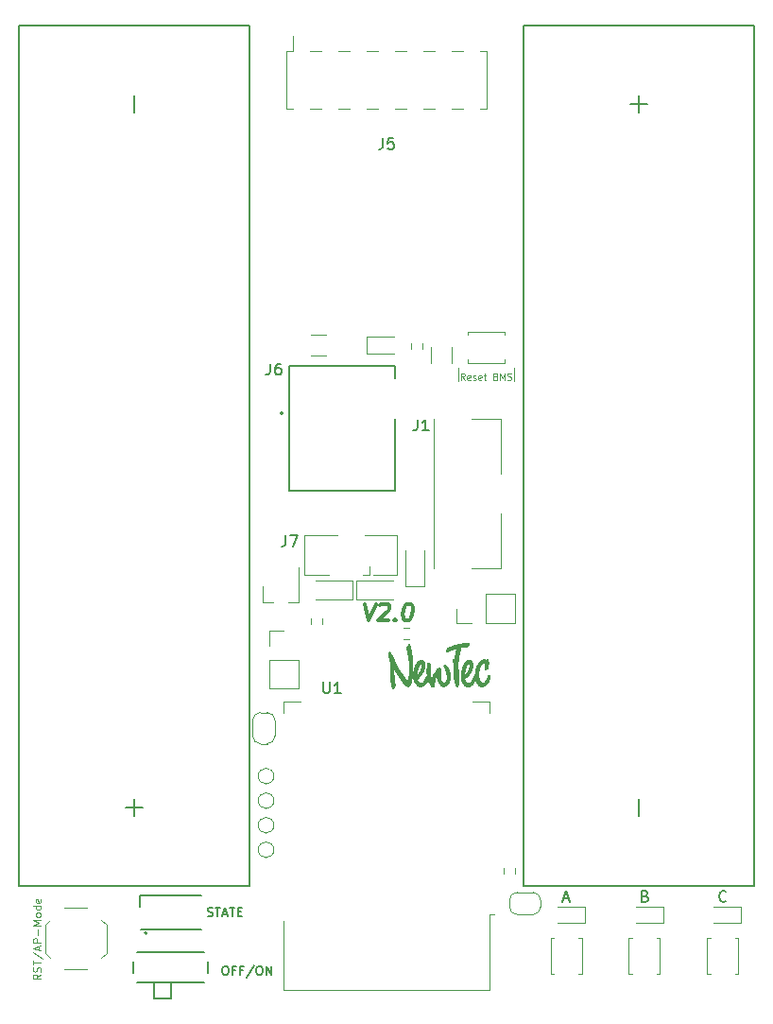
<source format=gbr>
%TF.GenerationSoftware,KiCad,Pcbnew,7.0.1*%
%TF.CreationDate,2023-12-18T13:28:22+01:00*%
%TF.ProjectId,ZumoComSystem,5a756d6f-436f-46d5-9379-7374656d2e6b,V1.2*%
%TF.SameCoordinates,Original*%
%TF.FileFunction,Legend,Top*%
%TF.FilePolarity,Positive*%
%FSLAX45Y45*%
G04 Gerber Fmt 4.5, Leading zero omitted, Abs format (unit mm)*
G04 Created by KiCad (PCBNEW 7.0.1) date 2023-12-18 13:28:22*
%MOMM*%
%LPD*%
G01*
G04 APERTURE LIST*
%ADD10C,0.120000*%
%ADD11C,0.150000*%
%ADD12C,0.300000*%
%ADD13C,0.010000*%
%ADD14C,0.127000*%
%ADD15C,0.200000*%
G04 APERTURE END LIST*
D10*
X15340000Y-8875000D02*
X15340000Y-8990000D01*
X15840000Y-8872500D02*
X15840000Y-8992500D01*
X11602383Y-14306667D02*
X11569050Y-14330000D01*
X11602383Y-14346667D02*
X11532383Y-14346667D01*
X11532383Y-14346667D02*
X11532383Y-14320000D01*
X11532383Y-14320000D02*
X11535717Y-14313333D01*
X11535717Y-14313333D02*
X11539050Y-14310000D01*
X11539050Y-14310000D02*
X11545717Y-14306667D01*
X11545717Y-14306667D02*
X11555717Y-14306667D01*
X11555717Y-14306667D02*
X11562383Y-14310000D01*
X11562383Y-14310000D02*
X11565717Y-14313333D01*
X11565717Y-14313333D02*
X11569050Y-14320000D01*
X11569050Y-14320000D02*
X11569050Y-14346667D01*
X11599050Y-14280000D02*
X11602383Y-14270000D01*
X11602383Y-14270000D02*
X11602383Y-14253333D01*
X11602383Y-14253333D02*
X11599050Y-14246667D01*
X11599050Y-14246667D02*
X11595717Y-14243333D01*
X11595717Y-14243333D02*
X11589050Y-14240000D01*
X11589050Y-14240000D02*
X11582383Y-14240000D01*
X11582383Y-14240000D02*
X11575717Y-14243333D01*
X11575717Y-14243333D02*
X11572383Y-14246667D01*
X11572383Y-14246667D02*
X11569050Y-14253333D01*
X11569050Y-14253333D02*
X11565717Y-14266667D01*
X11565717Y-14266667D02*
X11562383Y-14273333D01*
X11562383Y-14273333D02*
X11559050Y-14276667D01*
X11559050Y-14276667D02*
X11552383Y-14280000D01*
X11552383Y-14280000D02*
X11545717Y-14280000D01*
X11545717Y-14280000D02*
X11539050Y-14276667D01*
X11539050Y-14276667D02*
X11535717Y-14273333D01*
X11535717Y-14273333D02*
X11532383Y-14266667D01*
X11532383Y-14266667D02*
X11532383Y-14250000D01*
X11532383Y-14250000D02*
X11535717Y-14240000D01*
X11532383Y-14220000D02*
X11532383Y-14180000D01*
X11602383Y-14200000D02*
X11532383Y-14200000D01*
X11529050Y-14106667D02*
X11619050Y-14166667D01*
X11582383Y-14086667D02*
X11582383Y-14053333D01*
X11602383Y-14093333D02*
X11532383Y-14070000D01*
X11532383Y-14070000D02*
X11602383Y-14046667D01*
X11602383Y-14023333D02*
X11532383Y-14023333D01*
X11532383Y-14023333D02*
X11532383Y-13996667D01*
X11532383Y-13996667D02*
X11535717Y-13990000D01*
X11535717Y-13990000D02*
X11539050Y-13986667D01*
X11539050Y-13986667D02*
X11545717Y-13983333D01*
X11545717Y-13983333D02*
X11555717Y-13983333D01*
X11555717Y-13983333D02*
X11562383Y-13986667D01*
X11562383Y-13986667D02*
X11565717Y-13990000D01*
X11565717Y-13990000D02*
X11569050Y-13996667D01*
X11569050Y-13996667D02*
X11569050Y-14023333D01*
X11575717Y-13953333D02*
X11575717Y-13900000D01*
X11602383Y-13866667D02*
X11532383Y-13866667D01*
X11532383Y-13866667D02*
X11582383Y-13843333D01*
X11582383Y-13843333D02*
X11532383Y-13820000D01*
X11532383Y-13820000D02*
X11602383Y-13820000D01*
X11602383Y-13776667D02*
X11599050Y-13783333D01*
X11599050Y-13783333D02*
X11595717Y-13786667D01*
X11595717Y-13786667D02*
X11589050Y-13790000D01*
X11589050Y-13790000D02*
X11569050Y-13790000D01*
X11569050Y-13790000D02*
X11562383Y-13786667D01*
X11562383Y-13786667D02*
X11559050Y-13783333D01*
X11559050Y-13783333D02*
X11555717Y-13776667D01*
X11555717Y-13776667D02*
X11555717Y-13766667D01*
X11555717Y-13766667D02*
X11559050Y-13760000D01*
X11559050Y-13760000D02*
X11562383Y-13756667D01*
X11562383Y-13756667D02*
X11569050Y-13753333D01*
X11569050Y-13753333D02*
X11589050Y-13753333D01*
X11589050Y-13753333D02*
X11595717Y-13756667D01*
X11595717Y-13756667D02*
X11599050Y-13760000D01*
X11599050Y-13760000D02*
X11602383Y-13766667D01*
X11602383Y-13766667D02*
X11602383Y-13776667D01*
X11602383Y-13693333D02*
X11532383Y-13693333D01*
X11599050Y-13693333D02*
X11602383Y-13700000D01*
X11602383Y-13700000D02*
X11602383Y-13713333D01*
X11602383Y-13713333D02*
X11599050Y-13720000D01*
X11599050Y-13720000D02*
X11595717Y-13723333D01*
X11595717Y-13723333D02*
X11589050Y-13726667D01*
X11589050Y-13726667D02*
X11569050Y-13726667D01*
X11569050Y-13726667D02*
X11562383Y-13723333D01*
X11562383Y-13723333D02*
X11559050Y-13720000D01*
X11559050Y-13720000D02*
X11555717Y-13713333D01*
X11555717Y-13713333D02*
X11555717Y-13700000D01*
X11555717Y-13700000D02*
X11559050Y-13693333D01*
X11599050Y-13633333D02*
X11602383Y-13640000D01*
X11602383Y-13640000D02*
X11602383Y-13653333D01*
X11602383Y-13653333D02*
X11599050Y-13660000D01*
X11599050Y-13660000D02*
X11592383Y-13663333D01*
X11592383Y-13663333D02*
X11565717Y-13663333D01*
X11565717Y-13663333D02*
X11559050Y-13660000D01*
X11559050Y-13660000D02*
X11555717Y-13653333D01*
X11555717Y-13653333D02*
X11555717Y-13640000D01*
X11555717Y-13640000D02*
X11559050Y-13633333D01*
X11559050Y-13633333D02*
X11565717Y-13630000D01*
X11565717Y-13630000D02*
X11572383Y-13630000D01*
X11572383Y-13630000D02*
X11579050Y-13663333D01*
D11*
X13248095Y-14232009D02*
X13263333Y-14232009D01*
X13263333Y-14232009D02*
X13270952Y-14235819D01*
X13270952Y-14235819D02*
X13278571Y-14243438D01*
X13278571Y-14243438D02*
X13282381Y-14258676D01*
X13282381Y-14258676D02*
X13282381Y-14285343D01*
X13282381Y-14285343D02*
X13278571Y-14300581D01*
X13278571Y-14300581D02*
X13270952Y-14308200D01*
X13270952Y-14308200D02*
X13263333Y-14312009D01*
X13263333Y-14312009D02*
X13248095Y-14312009D01*
X13248095Y-14312009D02*
X13240476Y-14308200D01*
X13240476Y-14308200D02*
X13232857Y-14300581D01*
X13232857Y-14300581D02*
X13229048Y-14285343D01*
X13229048Y-14285343D02*
X13229048Y-14258676D01*
X13229048Y-14258676D02*
X13232857Y-14243438D01*
X13232857Y-14243438D02*
X13240476Y-14235819D01*
X13240476Y-14235819D02*
X13248095Y-14232009D01*
X13343333Y-14270105D02*
X13316667Y-14270105D01*
X13316667Y-14312009D02*
X13316667Y-14232009D01*
X13316667Y-14232009D02*
X13354762Y-14232009D01*
X13411905Y-14270105D02*
X13385238Y-14270105D01*
X13385238Y-14312009D02*
X13385238Y-14232009D01*
X13385238Y-14232009D02*
X13423333Y-14232009D01*
X13510952Y-14228200D02*
X13442381Y-14331057D01*
X13552857Y-14232009D02*
X13568095Y-14232009D01*
X13568095Y-14232009D02*
X13575714Y-14235819D01*
X13575714Y-14235819D02*
X13583333Y-14243438D01*
X13583333Y-14243438D02*
X13587143Y-14258676D01*
X13587143Y-14258676D02*
X13587143Y-14285343D01*
X13587143Y-14285343D02*
X13583333Y-14300581D01*
X13583333Y-14300581D02*
X13575714Y-14308200D01*
X13575714Y-14308200D02*
X13568095Y-14312009D01*
X13568095Y-14312009D02*
X13552857Y-14312009D01*
X13552857Y-14312009D02*
X13545238Y-14308200D01*
X13545238Y-14308200D02*
X13537619Y-14300581D01*
X13537619Y-14300581D02*
X13533809Y-14285343D01*
X13533809Y-14285343D02*
X13533809Y-14258676D01*
X13533809Y-14258676D02*
X13537619Y-14243438D01*
X13537619Y-14243438D02*
X13545238Y-14235819D01*
X13545238Y-14235819D02*
X13552857Y-14232009D01*
X13621428Y-14312009D02*
X13621428Y-14232009D01*
X13621428Y-14232009D02*
X13667143Y-14312009D01*
X13667143Y-14312009D02*
X13667143Y-14232009D01*
X17740952Y-13646238D02*
X17736190Y-13651000D01*
X17736190Y-13651000D02*
X17721905Y-13655762D01*
X17721905Y-13655762D02*
X17712381Y-13655762D01*
X17712381Y-13655762D02*
X17698095Y-13651000D01*
X17698095Y-13651000D02*
X17688571Y-13641476D01*
X17688571Y-13641476D02*
X17683810Y-13631952D01*
X17683810Y-13631952D02*
X17679048Y-13612905D01*
X17679048Y-13612905D02*
X17679048Y-13598619D01*
X17679048Y-13598619D02*
X17683810Y-13579571D01*
X17683810Y-13579571D02*
X17688571Y-13570048D01*
X17688571Y-13570048D02*
X17698095Y-13560524D01*
X17698095Y-13560524D02*
X17712381Y-13555762D01*
X17712381Y-13555762D02*
X17721905Y-13555762D01*
X17721905Y-13555762D02*
X17736190Y-13560524D01*
X17736190Y-13560524D02*
X17740952Y-13565286D01*
X17017143Y-13603881D02*
X17031429Y-13608643D01*
X17031429Y-13608643D02*
X17036190Y-13613405D01*
X17036190Y-13613405D02*
X17040952Y-13622928D01*
X17040952Y-13622928D02*
X17040952Y-13637214D01*
X17040952Y-13637214D02*
X17036190Y-13646738D01*
X17036190Y-13646738D02*
X17031429Y-13651500D01*
X17031429Y-13651500D02*
X17021905Y-13656262D01*
X17021905Y-13656262D02*
X16983810Y-13656262D01*
X16983810Y-13656262D02*
X16983810Y-13556262D01*
X16983810Y-13556262D02*
X17017143Y-13556262D01*
X17017143Y-13556262D02*
X17026667Y-13561024D01*
X17026667Y-13561024D02*
X17031429Y-13565786D01*
X17031429Y-13565786D02*
X17036190Y-13575309D01*
X17036190Y-13575309D02*
X17036190Y-13584833D01*
X17036190Y-13584833D02*
X17031429Y-13594357D01*
X17031429Y-13594357D02*
X17026667Y-13599119D01*
X17026667Y-13599119D02*
X17017143Y-13603881D01*
X17017143Y-13603881D02*
X16983810Y-13603881D01*
D10*
X15400000Y-8982757D02*
X15380000Y-8954186D01*
X15365714Y-8982757D02*
X15365714Y-8922757D01*
X15365714Y-8922757D02*
X15388571Y-8922757D01*
X15388571Y-8922757D02*
X15394286Y-8925614D01*
X15394286Y-8925614D02*
X15397143Y-8928471D01*
X15397143Y-8928471D02*
X15400000Y-8934186D01*
X15400000Y-8934186D02*
X15400000Y-8942757D01*
X15400000Y-8942757D02*
X15397143Y-8948471D01*
X15397143Y-8948471D02*
X15394286Y-8951329D01*
X15394286Y-8951329D02*
X15388571Y-8954186D01*
X15388571Y-8954186D02*
X15365714Y-8954186D01*
X15448571Y-8979900D02*
X15442857Y-8982757D01*
X15442857Y-8982757D02*
X15431429Y-8982757D01*
X15431429Y-8982757D02*
X15425714Y-8979900D01*
X15425714Y-8979900D02*
X15422857Y-8974186D01*
X15422857Y-8974186D02*
X15422857Y-8951329D01*
X15422857Y-8951329D02*
X15425714Y-8945614D01*
X15425714Y-8945614D02*
X15431429Y-8942757D01*
X15431429Y-8942757D02*
X15442857Y-8942757D01*
X15442857Y-8942757D02*
X15448571Y-8945614D01*
X15448571Y-8945614D02*
X15451429Y-8951329D01*
X15451429Y-8951329D02*
X15451429Y-8957043D01*
X15451429Y-8957043D02*
X15422857Y-8962757D01*
X15474286Y-8979900D02*
X15480000Y-8982757D01*
X15480000Y-8982757D02*
X15491429Y-8982757D01*
X15491429Y-8982757D02*
X15497143Y-8979900D01*
X15497143Y-8979900D02*
X15500000Y-8974186D01*
X15500000Y-8974186D02*
X15500000Y-8971329D01*
X15500000Y-8971329D02*
X15497143Y-8965614D01*
X15497143Y-8965614D02*
X15491429Y-8962757D01*
X15491429Y-8962757D02*
X15482857Y-8962757D01*
X15482857Y-8962757D02*
X15477143Y-8959900D01*
X15477143Y-8959900D02*
X15474286Y-8954186D01*
X15474286Y-8954186D02*
X15474286Y-8951329D01*
X15474286Y-8951329D02*
X15477143Y-8945614D01*
X15477143Y-8945614D02*
X15482857Y-8942757D01*
X15482857Y-8942757D02*
X15491429Y-8942757D01*
X15491429Y-8942757D02*
X15497143Y-8945614D01*
X15548571Y-8979900D02*
X15542857Y-8982757D01*
X15542857Y-8982757D02*
X15531429Y-8982757D01*
X15531429Y-8982757D02*
X15525714Y-8979900D01*
X15525714Y-8979900D02*
X15522857Y-8974186D01*
X15522857Y-8974186D02*
X15522857Y-8951329D01*
X15522857Y-8951329D02*
X15525714Y-8945614D01*
X15525714Y-8945614D02*
X15531429Y-8942757D01*
X15531429Y-8942757D02*
X15542857Y-8942757D01*
X15542857Y-8942757D02*
X15548571Y-8945614D01*
X15548571Y-8945614D02*
X15551429Y-8951329D01*
X15551429Y-8951329D02*
X15551429Y-8957043D01*
X15551429Y-8957043D02*
X15522857Y-8962757D01*
X15568571Y-8942757D02*
X15591429Y-8942757D01*
X15577143Y-8922757D02*
X15577143Y-8974186D01*
X15577143Y-8974186D02*
X15580000Y-8979900D01*
X15580000Y-8979900D02*
X15585714Y-8982757D01*
X15585714Y-8982757D02*
X15591429Y-8982757D01*
X15677143Y-8951329D02*
X15685714Y-8954186D01*
X15685714Y-8954186D02*
X15688571Y-8957043D01*
X15688571Y-8957043D02*
X15691429Y-8962757D01*
X15691429Y-8962757D02*
X15691429Y-8971329D01*
X15691429Y-8971329D02*
X15688571Y-8977043D01*
X15688571Y-8977043D02*
X15685714Y-8979900D01*
X15685714Y-8979900D02*
X15680000Y-8982757D01*
X15680000Y-8982757D02*
X15657143Y-8982757D01*
X15657143Y-8982757D02*
X15657143Y-8922757D01*
X15657143Y-8922757D02*
X15677143Y-8922757D01*
X15677143Y-8922757D02*
X15682857Y-8925614D01*
X15682857Y-8925614D02*
X15685714Y-8928471D01*
X15685714Y-8928471D02*
X15688571Y-8934186D01*
X15688571Y-8934186D02*
X15688571Y-8939900D01*
X15688571Y-8939900D02*
X15685714Y-8945614D01*
X15685714Y-8945614D02*
X15682857Y-8948471D01*
X15682857Y-8948471D02*
X15677143Y-8951329D01*
X15677143Y-8951329D02*
X15657143Y-8951329D01*
X15717143Y-8982757D02*
X15717143Y-8922757D01*
X15717143Y-8922757D02*
X15737143Y-8965614D01*
X15737143Y-8965614D02*
X15757143Y-8922757D01*
X15757143Y-8922757D02*
X15757143Y-8982757D01*
X15782857Y-8979900D02*
X15791429Y-8982757D01*
X15791429Y-8982757D02*
X15805714Y-8982757D01*
X15805714Y-8982757D02*
X15811429Y-8979900D01*
X15811429Y-8979900D02*
X15814286Y-8977043D01*
X15814286Y-8977043D02*
X15817143Y-8971329D01*
X15817143Y-8971329D02*
X15817143Y-8965614D01*
X15817143Y-8965614D02*
X15814286Y-8959900D01*
X15814286Y-8959900D02*
X15811429Y-8957043D01*
X15811429Y-8957043D02*
X15805714Y-8954186D01*
X15805714Y-8954186D02*
X15794286Y-8951329D01*
X15794286Y-8951329D02*
X15788571Y-8948471D01*
X15788571Y-8948471D02*
X15785714Y-8945614D01*
X15785714Y-8945614D02*
X15782857Y-8939900D01*
X15782857Y-8939900D02*
X15782857Y-8934186D01*
X15782857Y-8934186D02*
X15785714Y-8928471D01*
X15785714Y-8928471D02*
X15788571Y-8925614D01*
X15788571Y-8925614D02*
X15794286Y-8922757D01*
X15794286Y-8922757D02*
X15808571Y-8922757D01*
X15808571Y-8922757D02*
X15817143Y-8925614D01*
D11*
X16281190Y-13627190D02*
X16328809Y-13627190D01*
X16271667Y-13655762D02*
X16305000Y-13555762D01*
X16305000Y-13555762D02*
X16338333Y-13655762D01*
X13095714Y-13783200D02*
X13107143Y-13787009D01*
X13107143Y-13787009D02*
X13126190Y-13787009D01*
X13126190Y-13787009D02*
X13133809Y-13783200D01*
X13133809Y-13783200D02*
X13137619Y-13779390D01*
X13137619Y-13779390D02*
X13141428Y-13771771D01*
X13141428Y-13771771D02*
X13141428Y-13764152D01*
X13141428Y-13764152D02*
X13137619Y-13756533D01*
X13137619Y-13756533D02*
X13133809Y-13752724D01*
X13133809Y-13752724D02*
X13126190Y-13748914D01*
X13126190Y-13748914D02*
X13110952Y-13745105D01*
X13110952Y-13745105D02*
X13103333Y-13741295D01*
X13103333Y-13741295D02*
X13099524Y-13737486D01*
X13099524Y-13737486D02*
X13095714Y-13729867D01*
X13095714Y-13729867D02*
X13095714Y-13722248D01*
X13095714Y-13722248D02*
X13099524Y-13714628D01*
X13099524Y-13714628D02*
X13103333Y-13710819D01*
X13103333Y-13710819D02*
X13110952Y-13707009D01*
X13110952Y-13707009D02*
X13130000Y-13707009D01*
X13130000Y-13707009D02*
X13141428Y-13710819D01*
X13164286Y-13707009D02*
X13210000Y-13707009D01*
X13187143Y-13787009D02*
X13187143Y-13707009D01*
X13232857Y-13764152D02*
X13270952Y-13764152D01*
X13225238Y-13787009D02*
X13251905Y-13707009D01*
X13251905Y-13707009D02*
X13278571Y-13787009D01*
X13293809Y-13707009D02*
X13339524Y-13707009D01*
X13316667Y-13787009D02*
X13316667Y-13707009D01*
X13366190Y-13745105D02*
X13392857Y-13745105D01*
X13404286Y-13787009D02*
X13366190Y-13787009D01*
X13366190Y-13787009D02*
X13366190Y-13707009D01*
X13366190Y-13707009D02*
X13404286Y-13707009D01*
D12*
X14503071Y-10987393D02*
X14534321Y-11137393D01*
X14534321Y-11137393D02*
X14603071Y-10987393D01*
X14643250Y-11001679D02*
X14651286Y-10994536D01*
X14651286Y-10994536D02*
X14666464Y-10987393D01*
X14666464Y-10987393D02*
X14702179Y-10987393D01*
X14702179Y-10987393D02*
X14715571Y-10994536D01*
X14715571Y-10994536D02*
X14721821Y-11001679D01*
X14721821Y-11001679D02*
X14727179Y-11015964D01*
X14727179Y-11015964D02*
X14725393Y-11030250D01*
X14725393Y-11030250D02*
X14715571Y-11051679D01*
X14715571Y-11051679D02*
X14619143Y-11137393D01*
X14619143Y-11137393D02*
X14712000Y-11137393D01*
X14777179Y-11123107D02*
X14783429Y-11130250D01*
X14783429Y-11130250D02*
X14775393Y-11137393D01*
X14775393Y-11137393D02*
X14769143Y-11130250D01*
X14769143Y-11130250D02*
X14777179Y-11123107D01*
X14777179Y-11123107D02*
X14775393Y-11137393D01*
X14893250Y-10987393D02*
X14907536Y-10987393D01*
X14907536Y-10987393D02*
X14920929Y-10994536D01*
X14920929Y-10994536D02*
X14927179Y-11001679D01*
X14927179Y-11001679D02*
X14932536Y-11015964D01*
X14932536Y-11015964D02*
X14936107Y-11044536D01*
X14936107Y-11044536D02*
X14931643Y-11080250D01*
X14931643Y-11080250D02*
X14920929Y-11108821D01*
X14920929Y-11108821D02*
X14912000Y-11123107D01*
X14912000Y-11123107D02*
X14903964Y-11130250D01*
X14903964Y-11130250D02*
X14888786Y-11137393D01*
X14888786Y-11137393D02*
X14874500Y-11137393D01*
X14874500Y-11137393D02*
X14861107Y-11130250D01*
X14861107Y-11130250D02*
X14854857Y-11123107D01*
X14854857Y-11123107D02*
X14849500Y-11108821D01*
X14849500Y-11108821D02*
X14845929Y-11080250D01*
X14845929Y-11080250D02*
X14850393Y-11044536D01*
X14850393Y-11044536D02*
X14861107Y-11015964D01*
X14861107Y-11015964D02*
X14870036Y-11001679D01*
X14870036Y-11001679D02*
X14878071Y-10994536D01*
X14878071Y-10994536D02*
X14893250Y-10987393D01*
D11*
%TO.C,J5*%
X14666667Y-6816262D02*
X14666667Y-6887690D01*
X14666667Y-6887690D02*
X14661905Y-6901976D01*
X14661905Y-6901976D02*
X14652381Y-6911500D01*
X14652381Y-6911500D02*
X14638095Y-6916262D01*
X14638095Y-6916262D02*
X14628571Y-6916262D01*
X14761905Y-6816262D02*
X14714286Y-6816262D01*
X14714286Y-6816262D02*
X14709524Y-6863881D01*
X14709524Y-6863881D02*
X14714286Y-6859119D01*
X14714286Y-6859119D02*
X14723809Y-6854357D01*
X14723809Y-6854357D02*
X14747619Y-6854357D01*
X14747619Y-6854357D02*
X14757143Y-6859119D01*
X14757143Y-6859119D02*
X14761905Y-6863881D01*
X14761905Y-6863881D02*
X14766667Y-6873405D01*
X14766667Y-6873405D02*
X14766667Y-6897214D01*
X14766667Y-6897214D02*
X14761905Y-6906738D01*
X14761905Y-6906738D02*
X14757143Y-6911500D01*
X14757143Y-6911500D02*
X14747619Y-6916262D01*
X14747619Y-6916262D02*
X14723809Y-6916262D01*
X14723809Y-6916262D02*
X14714286Y-6911500D01*
X14714286Y-6911500D02*
X14709524Y-6906738D01*
%TO.C,J1*%
X14976667Y-9336262D02*
X14976667Y-9407690D01*
X14976667Y-9407690D02*
X14971905Y-9421976D01*
X14971905Y-9421976D02*
X14962381Y-9431500D01*
X14962381Y-9431500D02*
X14948095Y-9436262D01*
X14948095Y-9436262D02*
X14938571Y-9436262D01*
X15076667Y-9436262D02*
X15019524Y-9436262D01*
X15048095Y-9436262D02*
X15048095Y-9336262D01*
X15048095Y-9336262D02*
X15038571Y-9350548D01*
X15038571Y-9350548D02*
X15029048Y-9360071D01*
X15029048Y-9360071D02*
X15019524Y-9364833D01*
%TO.C,J7*%
X13796667Y-10371262D02*
X13796667Y-10442690D01*
X13796667Y-10442690D02*
X13791905Y-10456976D01*
X13791905Y-10456976D02*
X13782381Y-10466500D01*
X13782381Y-10466500D02*
X13768095Y-10471262D01*
X13768095Y-10471262D02*
X13758571Y-10471262D01*
X13834762Y-10371262D02*
X13901428Y-10371262D01*
X13901428Y-10371262D02*
X13858571Y-10471262D01*
%TO.C,J6*%
X13656667Y-8836262D02*
X13656667Y-8907690D01*
X13656667Y-8907690D02*
X13651905Y-8921976D01*
X13651905Y-8921976D02*
X13642381Y-8931500D01*
X13642381Y-8931500D02*
X13628095Y-8936262D01*
X13628095Y-8936262D02*
X13618571Y-8936262D01*
X13747143Y-8836262D02*
X13728095Y-8836262D01*
X13728095Y-8836262D02*
X13718571Y-8841024D01*
X13718571Y-8841024D02*
X13713809Y-8845786D01*
X13713809Y-8845786D02*
X13704286Y-8860071D01*
X13704286Y-8860071D02*
X13699524Y-8879119D01*
X13699524Y-8879119D02*
X13699524Y-8917214D01*
X13699524Y-8917214D02*
X13704286Y-8926738D01*
X13704286Y-8926738D02*
X13709048Y-8931500D01*
X13709048Y-8931500D02*
X13718571Y-8936262D01*
X13718571Y-8936262D02*
X13737619Y-8936262D01*
X13737619Y-8936262D02*
X13747143Y-8931500D01*
X13747143Y-8931500D02*
X13751905Y-8926738D01*
X13751905Y-8926738D02*
X13756667Y-8917214D01*
X13756667Y-8917214D02*
X13756667Y-8893405D01*
X13756667Y-8893405D02*
X13751905Y-8883881D01*
X13751905Y-8883881D02*
X13747143Y-8879119D01*
X13747143Y-8879119D02*
X13737619Y-8874357D01*
X13737619Y-8874357D02*
X13718571Y-8874357D01*
X13718571Y-8874357D02*
X13709048Y-8879119D01*
X13709048Y-8879119D02*
X13704286Y-8883881D01*
X13704286Y-8883881D02*
X13699524Y-8893405D01*
%TO.C,U1*%
X14133809Y-11686262D02*
X14133809Y-11767214D01*
X14133809Y-11767214D02*
X14138571Y-11776738D01*
X14138571Y-11776738D02*
X14143333Y-11781500D01*
X14143333Y-11781500D02*
X14152857Y-11786262D01*
X14152857Y-11786262D02*
X14171905Y-11786262D01*
X14171905Y-11786262D02*
X14181428Y-11781500D01*
X14181428Y-11781500D02*
X14186190Y-11776738D01*
X14186190Y-11776738D02*
X14190952Y-11767214D01*
X14190952Y-11767214D02*
X14190952Y-11686262D01*
X14290952Y-11786262D02*
X14233809Y-11786262D01*
X14262381Y-11786262D02*
X14262381Y-11686262D01*
X14262381Y-11686262D02*
X14252857Y-11700548D01*
X14252857Y-11700548D02*
X14243333Y-11710071D01*
X14243333Y-11710071D02*
X14233809Y-11714833D01*
D10*
%TO.C,J5*%
X13805000Y-6555000D02*
X13862000Y-6555000D01*
X13805000Y-6555000D02*
X13805000Y-6035000D01*
X14014000Y-6555000D02*
X14116000Y-6555000D01*
X14268000Y-6555000D02*
X14370000Y-6555000D01*
X14522000Y-6555000D02*
X14624000Y-6555000D01*
X14776000Y-6555000D02*
X14878000Y-6555000D01*
X15030000Y-6555000D02*
X15132000Y-6555000D01*
X15284000Y-6555000D02*
X15386000Y-6555000D01*
X15538000Y-6555000D02*
X15595000Y-6555000D01*
X15595000Y-6555000D02*
X15595000Y-6035000D01*
X13805000Y-6035000D02*
X13862000Y-6035000D01*
X13862000Y-6035000D02*
X13862000Y-5899000D01*
X14014000Y-6035000D02*
X14116000Y-6035000D01*
X14268000Y-6035000D02*
X14370000Y-6035000D01*
X14522000Y-6035000D02*
X14624000Y-6035000D01*
X14776000Y-6035000D02*
X14878000Y-6035000D01*
X15030000Y-6035000D02*
X15132000Y-6035000D01*
X15284000Y-6035000D02*
X15386000Y-6035000D01*
X15538000Y-6035000D02*
X15595000Y-6035000D01*
%TO.C,SW1*%
X11815000Y-14262500D02*
X12015000Y-14262500D01*
X11685000Y-14157500D02*
X11640000Y-14112500D01*
X12145000Y-14157500D02*
X12190000Y-14112500D01*
X11640000Y-14112500D02*
X11640000Y-13862500D01*
X12190000Y-14112500D02*
X12190000Y-13862500D01*
X11685000Y-13817500D02*
X11640000Y-13862500D01*
X12145000Y-13817500D02*
X12190000Y-13862500D01*
X11815000Y-13712500D02*
X12015000Y-13712500D01*
%TO.C,J1*%
X15721500Y-9330000D02*
X15461500Y-9330000D01*
X15721500Y-9330000D02*
X15721500Y-9825000D01*
X15721500Y-10670000D02*
X15721500Y-10175000D01*
X15721500Y-10670000D02*
X15461500Y-10670000D01*
X15121500Y-10670000D02*
X15121500Y-9330000D01*
D11*
%TO.C,D1*%
X13037500Y-13900000D02*
X12497500Y-13900000D01*
X13037500Y-13600000D02*
X12487500Y-13600000D01*
X12487500Y-13700000D02*
X12487500Y-13600000D01*
D10*
%TO.C,J7*%
X14795000Y-10727500D02*
X14795000Y-10372500D01*
X14795000Y-10372500D02*
X14505000Y-10372500D01*
X14580000Y-10727500D02*
X14795000Y-10727500D01*
X14550000Y-10727500D02*
X14490000Y-10727500D01*
X14550000Y-10652500D02*
X14550000Y-10727500D01*
X14180000Y-10727500D02*
X13965000Y-10727500D01*
X13965000Y-10727500D02*
X13965000Y-10372500D01*
X13965000Y-10372500D02*
X14255000Y-10372500D01*
%TO.C,Logo1*%
D13*
X15427422Y-11336974D02*
X15429325Y-11337192D01*
X15433285Y-11338765D01*
X15435728Y-11341567D01*
X15436539Y-11345360D01*
X15435605Y-11349903D01*
X15435501Y-11350168D01*
X15433747Y-11353074D01*
X15430706Y-11356679D01*
X15426799Y-11360585D01*
X15422449Y-11364392D01*
X15418078Y-11367703D01*
X15414737Y-11369787D01*
X15411646Y-11371342D01*
X15409328Y-11371979D01*
X15406831Y-11371851D01*
X15404619Y-11371422D01*
X15397838Y-11370498D01*
X15390193Y-11370509D01*
X15381326Y-11371467D01*
X15375553Y-11372448D01*
X15364191Y-11374587D01*
X15361611Y-11381855D01*
X15359160Y-11389567D01*
X15356620Y-11399065D01*
X15354030Y-11410110D01*
X15351432Y-11422460D01*
X15348867Y-11435876D01*
X15346375Y-11450116D01*
X15343997Y-11464940D01*
X15341775Y-11480107D01*
X15339748Y-11495376D01*
X15337958Y-11510506D01*
X15336445Y-11525258D01*
X15335557Y-11535436D01*
X15335093Y-11541582D01*
X15334847Y-11546299D01*
X15334840Y-11550181D01*
X15335092Y-11553820D01*
X15335621Y-11557811D01*
X15336447Y-11562747D01*
X15336468Y-11562868D01*
X15339816Y-11583849D01*
X15342245Y-11603554D01*
X15343799Y-11622497D01*
X15344518Y-11641195D01*
X15344447Y-11660162D01*
X15344442Y-11660345D01*
X15343935Y-11674362D01*
X15343116Y-11686472D01*
X15341968Y-11696779D01*
X15340472Y-11705387D01*
X15338609Y-11712398D01*
X15336362Y-11717918D01*
X15333710Y-11722050D01*
X15333356Y-11722467D01*
X15330827Y-11724894D01*
X15328483Y-11725747D01*
X15325580Y-11725183D01*
X15323823Y-11724477D01*
X15321370Y-11722945D01*
X15319229Y-11720479D01*
X15317246Y-11716801D01*
X15315268Y-11711633D01*
X15313403Y-11705608D01*
X15310357Y-11693727D01*
X15307764Y-11680683D01*
X15305614Y-11666359D01*
X15303897Y-11650638D01*
X15302602Y-11633403D01*
X15301719Y-11614537D01*
X15301237Y-11593924D01*
X15301146Y-11571446D01*
X15301162Y-11568448D01*
X15301441Y-11524252D01*
X15297730Y-11514980D01*
X15294599Y-11505914D01*
X15292971Y-11498021D01*
X15292833Y-11491123D01*
X15294173Y-11485041D01*
X15295405Y-11482225D01*
X15297257Y-11479569D01*
X15299403Y-11478712D01*
X15302312Y-11479527D01*
X15303355Y-11480052D01*
X15306870Y-11481937D01*
X15308024Y-11476678D01*
X15308641Y-11473471D01*
X15309405Y-11468920D01*
X15310207Y-11463701D01*
X15310770Y-11459736D01*
X15311399Y-11455699D01*
X15312390Y-11450051D01*
X15313673Y-11443166D01*
X15315174Y-11435420D01*
X15316824Y-11427186D01*
X15318549Y-11418839D01*
X15318906Y-11417149D01*
X15320521Y-11409491D01*
X15321992Y-11402471D01*
X15323266Y-11396334D01*
X15324294Y-11391329D01*
X15325023Y-11387704D01*
X15325404Y-11385704D01*
X15325448Y-11385399D01*
X15324580Y-11384755D01*
X15322984Y-11384552D01*
X15321072Y-11384884D01*
X15317519Y-11385819D01*
X15312595Y-11387269D01*
X15306570Y-11389144D01*
X15299712Y-11391355D01*
X15292292Y-11393811D01*
X15284578Y-11396424D01*
X15276841Y-11399104D01*
X15269350Y-11401762D01*
X15262375Y-11404308D01*
X15256184Y-11406653D01*
X15254983Y-11407122D01*
X15248505Y-11409637D01*
X15243629Y-11411448D01*
X15240083Y-11412636D01*
X15237593Y-11413279D01*
X15235887Y-11413458D01*
X15234693Y-11413253D01*
X15234437Y-11413149D01*
X15232237Y-11411281D01*
X15231288Y-11408148D01*
X15231550Y-11403579D01*
X15231918Y-11401626D01*
X15234509Y-11393681D01*
X15238699Y-11386853D01*
X15244587Y-11381015D01*
X15251870Y-11376259D01*
X15254689Y-11374952D01*
X15259148Y-11373156D01*
X15264942Y-11370974D01*
X15271768Y-11368508D01*
X15279320Y-11365864D01*
X15287296Y-11363143D01*
X15295390Y-11360449D01*
X15303300Y-11357885D01*
X15310719Y-11355554D01*
X15317346Y-11353561D01*
X15322874Y-11352008D01*
X15324587Y-11351564D01*
X15332434Y-11349723D01*
X15341268Y-11347879D01*
X15350832Y-11346066D01*
X15360869Y-11344320D01*
X15371123Y-11342676D01*
X15381338Y-11341169D01*
X15391256Y-11339834D01*
X15400621Y-11338706D01*
X15409177Y-11337821D01*
X15416667Y-11337214D01*
X15422834Y-11336920D01*
X15427422Y-11336974D01*
G36*
X15427422Y-11336974D02*
G01*
X15429325Y-11337192D01*
X15433285Y-11338765D01*
X15435728Y-11341567D01*
X15436539Y-11345360D01*
X15435605Y-11349903D01*
X15435501Y-11350168D01*
X15433747Y-11353074D01*
X15430706Y-11356679D01*
X15426799Y-11360585D01*
X15422449Y-11364392D01*
X15418078Y-11367703D01*
X15414737Y-11369787D01*
X15411646Y-11371342D01*
X15409328Y-11371979D01*
X15406831Y-11371851D01*
X15404619Y-11371422D01*
X15397838Y-11370498D01*
X15390193Y-11370509D01*
X15381326Y-11371467D01*
X15375553Y-11372448D01*
X15364191Y-11374587D01*
X15361611Y-11381855D01*
X15359160Y-11389567D01*
X15356620Y-11399065D01*
X15354030Y-11410110D01*
X15351432Y-11422460D01*
X15348867Y-11435876D01*
X15346375Y-11450116D01*
X15343997Y-11464940D01*
X15341775Y-11480107D01*
X15339748Y-11495376D01*
X15337958Y-11510506D01*
X15336445Y-11525258D01*
X15335557Y-11535436D01*
X15335093Y-11541582D01*
X15334847Y-11546299D01*
X15334840Y-11550181D01*
X15335092Y-11553820D01*
X15335621Y-11557811D01*
X15336447Y-11562747D01*
X15336468Y-11562868D01*
X15339816Y-11583849D01*
X15342245Y-11603554D01*
X15343799Y-11622497D01*
X15344518Y-11641195D01*
X15344447Y-11660162D01*
X15344442Y-11660345D01*
X15343935Y-11674362D01*
X15343116Y-11686472D01*
X15341968Y-11696779D01*
X15340472Y-11705387D01*
X15338609Y-11712398D01*
X15336362Y-11717918D01*
X15333710Y-11722050D01*
X15333356Y-11722467D01*
X15330827Y-11724894D01*
X15328483Y-11725747D01*
X15325580Y-11725183D01*
X15323823Y-11724477D01*
X15321370Y-11722945D01*
X15319229Y-11720479D01*
X15317246Y-11716801D01*
X15315268Y-11711633D01*
X15313403Y-11705608D01*
X15310357Y-11693727D01*
X15307764Y-11680683D01*
X15305614Y-11666359D01*
X15303897Y-11650638D01*
X15302602Y-11633403D01*
X15301719Y-11614537D01*
X15301237Y-11593924D01*
X15301146Y-11571446D01*
X15301162Y-11568448D01*
X15301441Y-11524252D01*
X15297730Y-11514980D01*
X15294599Y-11505914D01*
X15292971Y-11498021D01*
X15292833Y-11491123D01*
X15294173Y-11485041D01*
X15295405Y-11482225D01*
X15297257Y-11479569D01*
X15299403Y-11478712D01*
X15302312Y-11479527D01*
X15303355Y-11480052D01*
X15306870Y-11481937D01*
X15308024Y-11476678D01*
X15308641Y-11473471D01*
X15309405Y-11468920D01*
X15310207Y-11463701D01*
X15310770Y-11459736D01*
X15311399Y-11455699D01*
X15312390Y-11450051D01*
X15313673Y-11443166D01*
X15315174Y-11435420D01*
X15316824Y-11427186D01*
X15318549Y-11418839D01*
X15318906Y-11417149D01*
X15320521Y-11409491D01*
X15321992Y-11402471D01*
X15323266Y-11396334D01*
X15324294Y-11391329D01*
X15325023Y-11387704D01*
X15325404Y-11385704D01*
X15325448Y-11385399D01*
X15324580Y-11384755D01*
X15322984Y-11384552D01*
X15321072Y-11384884D01*
X15317519Y-11385819D01*
X15312595Y-11387269D01*
X15306570Y-11389144D01*
X15299712Y-11391355D01*
X15292292Y-11393811D01*
X15284578Y-11396424D01*
X15276841Y-11399104D01*
X15269350Y-11401762D01*
X15262375Y-11404308D01*
X15256184Y-11406653D01*
X15254983Y-11407122D01*
X15248505Y-11409637D01*
X15243629Y-11411448D01*
X15240083Y-11412636D01*
X15237593Y-11413279D01*
X15235887Y-11413458D01*
X15234693Y-11413253D01*
X15234437Y-11413149D01*
X15232237Y-11411281D01*
X15231288Y-11408148D01*
X15231550Y-11403579D01*
X15231918Y-11401626D01*
X15234509Y-11393681D01*
X15238699Y-11386853D01*
X15244587Y-11381015D01*
X15251870Y-11376259D01*
X15254689Y-11374952D01*
X15259148Y-11373156D01*
X15264942Y-11370974D01*
X15271768Y-11368508D01*
X15279320Y-11365864D01*
X15287296Y-11363143D01*
X15295390Y-11360449D01*
X15303300Y-11357885D01*
X15310719Y-11355554D01*
X15317346Y-11353561D01*
X15322874Y-11352008D01*
X15324587Y-11351564D01*
X15332434Y-11349723D01*
X15341268Y-11347879D01*
X15350832Y-11346066D01*
X15360869Y-11344320D01*
X15371123Y-11342676D01*
X15381338Y-11341169D01*
X15391256Y-11339834D01*
X15400621Y-11338706D01*
X15409177Y-11337821D01*
X15416667Y-11337214D01*
X15422834Y-11336920D01*
X15427422Y-11336974D01*
G37*
X14899483Y-11349906D02*
X14901159Y-11351120D01*
X14903036Y-11352897D01*
X14904693Y-11355227D01*
X14906241Y-11358387D01*
X14907791Y-11362654D01*
X14909457Y-11368303D01*
X14911349Y-11375613D01*
X14911820Y-11377526D01*
X14914662Y-11389705D01*
X14917141Y-11401602D01*
X14919286Y-11413478D01*
X14921126Y-11425591D01*
X14922690Y-11438201D01*
X14924007Y-11451565D01*
X14925105Y-11465942D01*
X14926015Y-11481593D01*
X14926764Y-11498775D01*
X14927338Y-11516210D01*
X14927672Y-11530888D01*
X14927851Y-11545983D01*
X14927879Y-11561216D01*
X14927763Y-11576305D01*
X14927509Y-11590972D01*
X14927123Y-11604937D01*
X14926610Y-11617918D01*
X14925977Y-11629637D01*
X14925229Y-11639813D01*
X14924607Y-11646172D01*
X14923036Y-11658069D01*
X14921037Y-11669749D01*
X14918691Y-11680876D01*
X14916079Y-11691111D01*
X14913282Y-11700118D01*
X14910382Y-11707557D01*
X14909275Y-11709892D01*
X14905952Y-11715086D01*
X14901700Y-11719723D01*
X14897148Y-11723135D01*
X14896500Y-11723489D01*
X14892268Y-11724635D01*
X14887024Y-11724436D01*
X14881161Y-11723017D01*
X14875071Y-11720501D01*
X14869147Y-11717013D01*
X14864552Y-11713392D01*
X14862191Y-11710971D01*
X14858838Y-11707127D01*
X14854675Y-11702094D01*
X14849884Y-11696106D01*
X14844649Y-11689397D01*
X14839151Y-11682203D01*
X14833574Y-11674756D01*
X14828099Y-11667292D01*
X14822910Y-11660046D01*
X14822084Y-11658872D01*
X14814412Y-11647759D01*
X14806535Y-11635992D01*
X14798669Y-11623915D01*
X14791028Y-11611870D01*
X14783829Y-11600200D01*
X14777287Y-11589248D01*
X14771619Y-11579357D01*
X14768578Y-11573796D01*
X14766567Y-11570158D01*
X14764868Y-11567316D01*
X14763725Y-11565668D01*
X14763427Y-11565414D01*
X14762803Y-11566395D01*
X14762311Y-11569291D01*
X14761956Y-11573990D01*
X14761742Y-11580379D01*
X14761673Y-11588346D01*
X14761753Y-11597779D01*
X14761909Y-11605532D01*
X14762845Y-11629849D01*
X14764426Y-11652387D01*
X14766647Y-11673100D01*
X14769503Y-11691938D01*
X14770214Y-11695814D01*
X14771541Y-11706726D01*
X14771192Y-11716572D01*
X14769172Y-11725320D01*
X14765490Y-11732942D01*
X14760387Y-11739178D01*
X14757096Y-11741939D01*
X14754422Y-11742997D01*
X14751947Y-11742397D01*
X14749444Y-11740377D01*
X14748133Y-11738768D01*
X14746977Y-11736566D01*
X14745836Y-11733396D01*
X14744572Y-11728885D01*
X14743452Y-11724375D01*
X14742012Y-11718122D01*
X14740736Y-11711949D01*
X14739615Y-11705697D01*
X14738638Y-11699206D01*
X14737796Y-11692316D01*
X14737079Y-11684868D01*
X14736478Y-11676702D01*
X14735982Y-11667659D01*
X14735582Y-11657578D01*
X14735267Y-11646301D01*
X14735028Y-11633668D01*
X14734855Y-11619519D01*
X14734739Y-11603694D01*
X14734669Y-11586034D01*
X14734658Y-11581656D01*
X14734495Y-11506980D01*
X14728104Y-11490724D01*
X14724452Y-11481165D01*
X14721618Y-11473057D01*
X14719513Y-11466029D01*
X14718045Y-11459715D01*
X14717126Y-11453745D01*
X14716665Y-11447753D01*
X14716568Y-11443480D01*
X14716618Y-11437759D01*
X14716884Y-11433438D01*
X14717445Y-11429891D01*
X14718377Y-11426491D01*
X14718815Y-11425192D01*
X14720139Y-11421759D01*
X14721390Y-11419117D01*
X14722294Y-11417842D01*
X14725172Y-11417009D01*
X14727934Y-11418158D01*
X14730230Y-11420874D01*
X14731140Y-11422518D01*
X14732856Y-11425793D01*
X14735283Y-11430506D01*
X14738324Y-11436470D01*
X14741882Y-11443492D01*
X14745861Y-11451383D01*
X14750163Y-11459953D01*
X14754693Y-11469011D01*
X14755642Y-11470912D01*
X14766250Y-11491991D01*
X14776237Y-11511422D01*
X14785737Y-11529442D01*
X14794885Y-11546290D01*
X14803815Y-11562204D01*
X14812663Y-11577422D01*
X14821562Y-11592181D01*
X14830648Y-11606719D01*
X14840054Y-11621276D01*
X14844420Y-11627884D01*
X14850965Y-11637647D01*
X14856578Y-11645837D01*
X14861383Y-11652617D01*
X14865505Y-11658151D01*
X14869066Y-11662602D01*
X14872191Y-11666134D01*
X14875004Y-11668910D01*
X14876376Y-11670103D01*
X14880077Y-11672956D01*
X14882841Y-11674396D01*
X14885126Y-11674486D01*
X14887392Y-11673291D01*
X14889043Y-11671880D01*
X14890461Y-11670491D01*
X14891521Y-11669121D01*
X14892348Y-11667395D01*
X14893069Y-11664939D01*
X14893809Y-11661377D01*
X14894694Y-11656335D01*
X14895122Y-11653792D01*
X14898632Y-11627897D01*
X14900735Y-11600539D01*
X14901432Y-11571722D01*
X14900721Y-11541449D01*
X14898603Y-11509723D01*
X14895079Y-11476548D01*
X14893055Y-11461297D01*
X14891154Y-11448475D01*
X14889250Y-11437205D01*
X14887244Y-11427007D01*
X14885037Y-11417401D01*
X14882528Y-11407910D01*
X14880476Y-11400866D01*
X14875442Y-11384159D01*
X14878635Y-11374529D01*
X14881884Y-11366277D01*
X14885671Y-11359344D01*
X14889832Y-11353999D01*
X14892575Y-11351567D01*
X14895415Y-11349693D01*
X14897477Y-11349152D01*
X14899483Y-11349906D01*
G36*
X14899483Y-11349906D02*
G01*
X14901159Y-11351120D01*
X14903036Y-11352897D01*
X14904693Y-11355227D01*
X14906241Y-11358387D01*
X14907791Y-11362654D01*
X14909457Y-11368303D01*
X14911349Y-11375613D01*
X14911820Y-11377526D01*
X14914662Y-11389705D01*
X14917141Y-11401602D01*
X14919286Y-11413478D01*
X14921126Y-11425591D01*
X14922690Y-11438201D01*
X14924007Y-11451565D01*
X14925105Y-11465942D01*
X14926015Y-11481593D01*
X14926764Y-11498775D01*
X14927338Y-11516210D01*
X14927672Y-11530888D01*
X14927851Y-11545983D01*
X14927879Y-11561216D01*
X14927763Y-11576305D01*
X14927509Y-11590972D01*
X14927123Y-11604937D01*
X14926610Y-11617918D01*
X14925977Y-11629637D01*
X14925229Y-11639813D01*
X14924607Y-11646172D01*
X14923036Y-11658069D01*
X14921037Y-11669749D01*
X14918691Y-11680876D01*
X14916079Y-11691111D01*
X14913282Y-11700118D01*
X14910382Y-11707557D01*
X14909275Y-11709892D01*
X14905952Y-11715086D01*
X14901700Y-11719723D01*
X14897148Y-11723135D01*
X14896500Y-11723489D01*
X14892268Y-11724635D01*
X14887024Y-11724436D01*
X14881161Y-11723017D01*
X14875071Y-11720501D01*
X14869147Y-11717013D01*
X14864552Y-11713392D01*
X14862191Y-11710971D01*
X14858838Y-11707127D01*
X14854675Y-11702094D01*
X14849884Y-11696106D01*
X14844649Y-11689397D01*
X14839151Y-11682203D01*
X14833574Y-11674756D01*
X14828099Y-11667292D01*
X14822910Y-11660046D01*
X14822084Y-11658872D01*
X14814412Y-11647759D01*
X14806535Y-11635992D01*
X14798669Y-11623915D01*
X14791028Y-11611870D01*
X14783829Y-11600200D01*
X14777287Y-11589248D01*
X14771619Y-11579357D01*
X14768578Y-11573796D01*
X14766567Y-11570158D01*
X14764868Y-11567316D01*
X14763725Y-11565668D01*
X14763427Y-11565414D01*
X14762803Y-11566395D01*
X14762311Y-11569291D01*
X14761956Y-11573990D01*
X14761742Y-11580379D01*
X14761673Y-11588346D01*
X14761753Y-11597779D01*
X14761909Y-11605532D01*
X14762845Y-11629849D01*
X14764426Y-11652387D01*
X14766647Y-11673100D01*
X14769503Y-11691938D01*
X14770214Y-11695814D01*
X14771541Y-11706726D01*
X14771192Y-11716572D01*
X14769172Y-11725320D01*
X14765490Y-11732942D01*
X14760387Y-11739178D01*
X14757096Y-11741939D01*
X14754422Y-11742997D01*
X14751947Y-11742397D01*
X14749444Y-11740377D01*
X14748133Y-11738768D01*
X14746977Y-11736566D01*
X14745836Y-11733396D01*
X14744572Y-11728885D01*
X14743452Y-11724375D01*
X14742012Y-11718122D01*
X14740736Y-11711949D01*
X14739615Y-11705697D01*
X14738638Y-11699206D01*
X14737796Y-11692316D01*
X14737079Y-11684868D01*
X14736478Y-11676702D01*
X14735982Y-11667659D01*
X14735582Y-11657578D01*
X14735267Y-11646301D01*
X14735028Y-11633668D01*
X14734855Y-11619519D01*
X14734739Y-11603694D01*
X14734669Y-11586034D01*
X14734658Y-11581656D01*
X14734495Y-11506980D01*
X14728104Y-11490724D01*
X14724452Y-11481165D01*
X14721618Y-11473057D01*
X14719513Y-11466029D01*
X14718045Y-11459715D01*
X14717126Y-11453745D01*
X14716665Y-11447753D01*
X14716568Y-11443480D01*
X14716618Y-11437759D01*
X14716884Y-11433438D01*
X14717445Y-11429891D01*
X14718377Y-11426491D01*
X14718815Y-11425192D01*
X14720139Y-11421759D01*
X14721390Y-11419117D01*
X14722294Y-11417842D01*
X14725172Y-11417009D01*
X14727934Y-11418158D01*
X14730230Y-11420874D01*
X14731140Y-11422518D01*
X14732856Y-11425793D01*
X14735283Y-11430506D01*
X14738324Y-11436470D01*
X14741882Y-11443492D01*
X14745861Y-11451383D01*
X14750163Y-11459953D01*
X14754693Y-11469011D01*
X14755642Y-11470912D01*
X14766250Y-11491991D01*
X14776237Y-11511422D01*
X14785737Y-11529442D01*
X14794885Y-11546290D01*
X14803815Y-11562204D01*
X14812663Y-11577422D01*
X14821562Y-11592181D01*
X14830648Y-11606719D01*
X14840054Y-11621276D01*
X14844420Y-11627884D01*
X14850965Y-11637647D01*
X14856578Y-11645837D01*
X14861383Y-11652617D01*
X14865505Y-11658151D01*
X14869066Y-11662602D01*
X14872191Y-11666134D01*
X14875004Y-11668910D01*
X14876376Y-11670103D01*
X14880077Y-11672956D01*
X14882841Y-11674396D01*
X14885126Y-11674486D01*
X14887392Y-11673291D01*
X14889043Y-11671880D01*
X14890461Y-11670491D01*
X14891521Y-11669121D01*
X14892348Y-11667395D01*
X14893069Y-11664939D01*
X14893809Y-11661377D01*
X14894694Y-11656335D01*
X14895122Y-11653792D01*
X14898632Y-11627897D01*
X14900735Y-11600539D01*
X14901432Y-11571722D01*
X14900721Y-11541449D01*
X14898603Y-11509723D01*
X14895079Y-11476548D01*
X14893055Y-11461297D01*
X14891154Y-11448475D01*
X14889250Y-11437205D01*
X14887244Y-11427007D01*
X14885037Y-11417401D01*
X14882528Y-11407910D01*
X14880476Y-11400866D01*
X14875442Y-11384159D01*
X14878635Y-11374529D01*
X14881884Y-11366277D01*
X14885671Y-11359344D01*
X14889832Y-11353999D01*
X14892575Y-11351567D01*
X14895415Y-11349693D01*
X14897477Y-11349152D01*
X14899483Y-11349906D01*
G37*
X15364915Y-11626608D02*
X15394536Y-11626608D01*
X15396822Y-11625111D01*
X15398360Y-11623800D01*
X15400897Y-11621310D01*
X15404090Y-11617989D01*
X15407598Y-11614184D01*
X15407879Y-11613872D01*
X15418424Y-11600947D01*
X15426956Y-11587816D01*
X15433491Y-11574449D01*
X15438041Y-11560814D01*
X15440620Y-11546881D01*
X15441272Y-11535244D01*
X15441042Y-11529504D01*
X15440253Y-11525268D01*
X15438754Y-11522047D01*
X15436393Y-11519355D01*
X15436337Y-11519303D01*
X15433798Y-11517980D01*
X15430894Y-11518403D01*
X15427471Y-11520623D01*
X15424950Y-11522995D01*
X15421642Y-11527152D01*
X15418061Y-11532969D01*
X15414356Y-11540117D01*
X15410671Y-11548266D01*
X15407154Y-11557089D01*
X15403949Y-11566254D01*
X15401204Y-11575435D01*
X15400538Y-11577959D01*
X15399198Y-11583873D01*
X15397889Y-11590840D01*
X15396691Y-11598294D01*
X15395685Y-11605674D01*
X15394952Y-11612416D01*
X15394574Y-11617957D01*
X15394541Y-11619626D01*
X15394536Y-11626608D01*
X15364915Y-11626608D01*
X15364985Y-11621737D01*
X15365351Y-11613248D01*
X15365952Y-11605532D01*
X15366575Y-11600452D01*
X15369196Y-11585745D01*
X15372579Y-11571229D01*
X15376622Y-11557190D01*
X15381221Y-11543914D01*
X15386273Y-11531686D01*
X15391676Y-11520792D01*
X15397327Y-11511517D01*
X15399831Y-11508067D01*
X15406233Y-11500854D01*
X15413139Y-11495039D01*
X15420337Y-11490708D01*
X15427614Y-11487943D01*
X15434757Y-11486829D01*
X15441554Y-11487451D01*
X15446953Y-11489434D01*
X15453072Y-11493586D01*
X15458450Y-11499100D01*
X15462618Y-11505422D01*
X15464654Y-11510313D01*
X15467490Y-11522906D01*
X15468436Y-11536076D01*
X15467514Y-11549723D01*
X15464750Y-11563746D01*
X15460168Y-11578044D01*
X15453793Y-11592518D01*
X15445650Y-11607067D01*
X15438209Y-11618232D01*
X15433577Y-11624163D01*
X15427596Y-11630942D01*
X15420576Y-11638247D01*
X15412828Y-11645756D01*
X15404664Y-11653145D01*
X15403841Y-11653861D01*
X15397399Y-11659447D01*
X15399130Y-11665510D01*
X15402207Y-11674006D01*
X15406187Y-11681407D01*
X15410896Y-11687558D01*
X15416163Y-11692305D01*
X15421815Y-11695494D01*
X15427680Y-11696972D01*
X15433585Y-11696584D01*
X15433887Y-11696511D01*
X15440199Y-11693932D01*
X15446422Y-11689453D01*
X15451687Y-11684031D01*
X15454479Y-11680616D01*
X15456992Y-11677285D01*
X15459417Y-11673726D01*
X15461948Y-11669626D01*
X15464776Y-11664671D01*
X15468093Y-11658550D01*
X15472091Y-11650949D01*
X15472549Y-11650071D01*
X15475785Y-11643922D01*
X15478975Y-11637983D01*
X15481907Y-11632638D01*
X15484370Y-11628273D01*
X15486151Y-11625271D01*
X15486353Y-11624951D01*
X15488001Y-11622288D01*
X15489135Y-11620028D01*
X15489892Y-11617646D01*
X15490412Y-11614620D01*
X15490830Y-11610425D01*
X15491111Y-11606869D01*
X15491902Y-11597918D01*
X15492877Y-11590143D01*
X15494171Y-11582691D01*
X15495919Y-11574708D01*
X15496823Y-11570988D01*
X15500870Y-11557017D01*
X15505861Y-11543713D01*
X15511652Y-11531358D01*
X15518099Y-11520236D01*
X15525057Y-11510630D01*
X15530601Y-11504518D01*
X15539187Y-11496881D01*
X15547599Y-11491140D01*
X15556031Y-11487194D01*
X15564679Y-11484940D01*
X15569288Y-11484406D01*
X15573663Y-11484214D01*
X15576958Y-11484467D01*
X15580100Y-11485306D01*
X15583212Y-11486530D01*
X15589517Y-11489187D01*
X15592226Y-11486676D01*
X15595830Y-11484324D01*
X15599666Y-11483414D01*
X15603232Y-11483935D01*
X15606026Y-11485875D01*
X15606794Y-11487007D01*
X15607550Y-11489406D01*
X15608243Y-11493415D01*
X15608838Y-11498612D01*
X15609304Y-11504576D01*
X15609609Y-11510884D01*
X15609719Y-11517114D01*
X15609603Y-11522846D01*
X15609583Y-11523272D01*
X15609128Y-11529455D01*
X15608389Y-11536091D01*
X15607440Y-11542746D01*
X15606355Y-11548983D01*
X15605206Y-11554368D01*
X15604067Y-11558466D01*
X15603316Y-11560336D01*
X15601342Y-11563084D01*
X15598255Y-11566278D01*
X15594689Y-11569330D01*
X15591281Y-11571652D01*
X15590791Y-11571917D01*
X15587711Y-11573130D01*
X15584141Y-11574048D01*
X15583717Y-11574121D01*
X15580960Y-11574386D01*
X15579315Y-11573830D01*
X15577931Y-11572157D01*
X15577880Y-11572079D01*
X15577195Y-11570855D01*
X15576763Y-11569425D01*
X15576573Y-11567423D01*
X15576610Y-11564477D01*
X15576861Y-11560218D01*
X15577274Y-11554797D01*
X15577970Y-11544875D01*
X15578326Y-11536850D01*
X15578343Y-11530614D01*
X15578021Y-11526060D01*
X15577361Y-11523082D01*
X15577348Y-11523048D01*
X15574935Y-11518756D01*
X15571631Y-11516288D01*
X15568062Y-11515616D01*
X15562354Y-11516609D01*
X15556709Y-11519498D01*
X15551205Y-11524147D01*
X15545925Y-11530419D01*
X15540946Y-11538179D01*
X15536349Y-11547290D01*
X15532214Y-11557616D01*
X15528621Y-11569022D01*
X15525650Y-11581370D01*
X15523936Y-11590800D01*
X15523059Y-11598063D01*
X15522487Y-11606469D01*
X15522219Y-11615468D01*
X15522256Y-11624514D01*
X15522598Y-11633057D01*
X15523244Y-11640551D01*
X15523930Y-11645156D01*
X15526461Y-11656321D01*
X15529564Y-11666226D01*
X15533152Y-11674658D01*
X15537143Y-11681404D01*
X15539417Y-11684250D01*
X15543303Y-11687707D01*
X15547984Y-11690620D01*
X15552785Y-11692640D01*
X15557028Y-11693415D01*
X15557114Y-11693416D01*
X15563201Y-11692450D01*
X15569477Y-11689664D01*
X15575713Y-11685228D01*
X15581679Y-11679309D01*
X15587145Y-11672078D01*
X15588048Y-11670666D01*
X15591611Y-11664482D01*
X15595451Y-11657028D01*
X15599249Y-11648979D01*
X15602687Y-11641007D01*
X15605379Y-11633980D01*
X15607068Y-11629318D01*
X15608381Y-11626256D01*
X15609568Y-11624459D01*
X15610883Y-11623593D01*
X15612575Y-11623326D01*
X15613418Y-11623312D01*
X15616820Y-11624262D01*
X15619939Y-11626855D01*
X15622363Y-11630705D01*
X15622950Y-11632217D01*
X15623589Y-11636311D01*
X15623396Y-11641815D01*
X15622462Y-11648331D01*
X15620881Y-11655460D01*
X15618744Y-11662804D01*
X15616144Y-11669963D01*
X15613173Y-11676540D01*
X15612312Y-11678176D01*
X15605170Y-11690298D01*
X15597992Y-11700471D01*
X15590700Y-11708776D01*
X15583213Y-11715295D01*
X15575452Y-11720110D01*
X15568973Y-11722796D01*
X15559159Y-11725093D01*
X15549726Y-11725413D01*
X15540710Y-11723782D01*
X15532150Y-11720225D01*
X15524083Y-11714767D01*
X15516546Y-11707436D01*
X15509578Y-11698256D01*
X15503215Y-11687253D01*
X15497495Y-11674453D01*
X15497164Y-11673604D01*
X15495843Y-11670328D01*
X15494740Y-11667834D01*
X15494148Y-11666745D01*
X15493401Y-11667221D01*
X15491951Y-11669135D01*
X15490051Y-11672133D01*
X15489052Y-11673857D01*
X15481277Y-11686765D01*
X15473601Y-11697711D01*
X15465959Y-11706762D01*
X15458288Y-11713983D01*
X15450527Y-11719438D01*
X15442611Y-11723192D01*
X15440476Y-11723911D01*
X15432945Y-11725441D01*
X15424644Y-11725798D01*
X15416466Y-11724979D01*
X15412316Y-11724018D01*
X15407815Y-11722603D01*
X15404263Y-11721129D01*
X15400888Y-11719203D01*
X15396917Y-11716432D01*
X15395866Y-11715655D01*
X15390042Y-11710272D01*
X15384515Y-11703131D01*
X15379411Y-11694498D01*
X15374854Y-11684639D01*
X15370970Y-11673820D01*
X15367886Y-11662308D01*
X15365999Y-11652268D01*
X15365361Y-11646263D01*
X15364984Y-11638802D01*
X15364860Y-11630441D01*
X15364915Y-11626608D01*
G36*
X15364915Y-11626608D02*
G01*
X15394536Y-11626608D01*
X15396822Y-11625111D01*
X15398360Y-11623800D01*
X15400897Y-11621310D01*
X15404090Y-11617989D01*
X15407598Y-11614184D01*
X15407879Y-11613872D01*
X15418424Y-11600947D01*
X15426956Y-11587816D01*
X15433491Y-11574449D01*
X15438041Y-11560814D01*
X15440620Y-11546881D01*
X15441272Y-11535244D01*
X15441042Y-11529504D01*
X15440253Y-11525268D01*
X15438754Y-11522047D01*
X15436393Y-11519355D01*
X15436337Y-11519303D01*
X15433798Y-11517980D01*
X15430894Y-11518403D01*
X15427471Y-11520623D01*
X15424950Y-11522995D01*
X15421642Y-11527152D01*
X15418061Y-11532969D01*
X15414356Y-11540117D01*
X15410671Y-11548266D01*
X15407154Y-11557089D01*
X15403949Y-11566254D01*
X15401204Y-11575435D01*
X15400538Y-11577959D01*
X15399198Y-11583873D01*
X15397889Y-11590840D01*
X15396691Y-11598294D01*
X15395685Y-11605674D01*
X15394952Y-11612416D01*
X15394574Y-11617957D01*
X15394541Y-11619626D01*
X15394536Y-11626608D01*
X15364915Y-11626608D01*
X15364985Y-11621737D01*
X15365351Y-11613248D01*
X15365952Y-11605532D01*
X15366575Y-11600452D01*
X15369196Y-11585745D01*
X15372579Y-11571229D01*
X15376622Y-11557190D01*
X15381221Y-11543914D01*
X15386273Y-11531686D01*
X15391676Y-11520792D01*
X15397327Y-11511517D01*
X15399831Y-11508067D01*
X15406233Y-11500854D01*
X15413139Y-11495039D01*
X15420337Y-11490708D01*
X15427614Y-11487943D01*
X15434757Y-11486829D01*
X15441554Y-11487451D01*
X15446953Y-11489434D01*
X15453072Y-11493586D01*
X15458450Y-11499100D01*
X15462618Y-11505422D01*
X15464654Y-11510313D01*
X15467490Y-11522906D01*
X15468436Y-11536076D01*
X15467514Y-11549723D01*
X15464750Y-11563746D01*
X15460168Y-11578044D01*
X15453793Y-11592518D01*
X15445650Y-11607067D01*
X15438209Y-11618232D01*
X15433577Y-11624163D01*
X15427596Y-11630942D01*
X15420576Y-11638247D01*
X15412828Y-11645756D01*
X15404664Y-11653145D01*
X15403841Y-11653861D01*
X15397399Y-11659447D01*
X15399130Y-11665510D01*
X15402207Y-11674006D01*
X15406187Y-11681407D01*
X15410896Y-11687558D01*
X15416163Y-11692305D01*
X15421815Y-11695494D01*
X15427680Y-11696972D01*
X15433585Y-11696584D01*
X15433887Y-11696511D01*
X15440199Y-11693932D01*
X15446422Y-11689453D01*
X15451687Y-11684031D01*
X15454479Y-11680616D01*
X15456992Y-11677285D01*
X15459417Y-11673726D01*
X15461948Y-11669626D01*
X15464776Y-11664671D01*
X15468093Y-11658550D01*
X15472091Y-11650949D01*
X15472549Y-11650071D01*
X15475785Y-11643922D01*
X15478975Y-11637983D01*
X15481907Y-11632638D01*
X15484370Y-11628273D01*
X15486151Y-11625271D01*
X15486353Y-11624951D01*
X15488001Y-11622288D01*
X15489135Y-11620028D01*
X15489892Y-11617646D01*
X15490412Y-11614620D01*
X15490830Y-11610425D01*
X15491111Y-11606869D01*
X15491902Y-11597918D01*
X15492877Y-11590143D01*
X15494171Y-11582691D01*
X15495919Y-11574708D01*
X15496823Y-11570988D01*
X15500870Y-11557017D01*
X15505861Y-11543713D01*
X15511652Y-11531358D01*
X15518099Y-11520236D01*
X15525057Y-11510630D01*
X15530601Y-11504518D01*
X15539187Y-11496881D01*
X15547599Y-11491140D01*
X15556031Y-11487194D01*
X15564679Y-11484940D01*
X15569288Y-11484406D01*
X15573663Y-11484214D01*
X15576958Y-11484467D01*
X15580100Y-11485306D01*
X15583212Y-11486530D01*
X15589517Y-11489187D01*
X15592226Y-11486676D01*
X15595830Y-11484324D01*
X15599666Y-11483414D01*
X15603232Y-11483935D01*
X15606026Y-11485875D01*
X15606794Y-11487007D01*
X15607550Y-11489406D01*
X15608243Y-11493415D01*
X15608838Y-11498612D01*
X15609304Y-11504576D01*
X15609609Y-11510884D01*
X15609719Y-11517114D01*
X15609603Y-11522846D01*
X15609583Y-11523272D01*
X15609128Y-11529455D01*
X15608389Y-11536091D01*
X15607440Y-11542746D01*
X15606355Y-11548983D01*
X15605206Y-11554368D01*
X15604067Y-11558466D01*
X15603316Y-11560336D01*
X15601342Y-11563084D01*
X15598255Y-11566278D01*
X15594689Y-11569330D01*
X15591281Y-11571652D01*
X15590791Y-11571917D01*
X15587711Y-11573130D01*
X15584141Y-11574048D01*
X15583717Y-11574121D01*
X15580960Y-11574386D01*
X15579315Y-11573830D01*
X15577931Y-11572157D01*
X15577880Y-11572079D01*
X15577195Y-11570855D01*
X15576763Y-11569425D01*
X15576573Y-11567423D01*
X15576610Y-11564477D01*
X15576861Y-11560218D01*
X15577274Y-11554797D01*
X15577970Y-11544875D01*
X15578326Y-11536850D01*
X15578343Y-11530614D01*
X15578021Y-11526060D01*
X15577361Y-11523082D01*
X15577348Y-11523048D01*
X15574935Y-11518756D01*
X15571631Y-11516288D01*
X15568062Y-11515616D01*
X15562354Y-11516609D01*
X15556709Y-11519498D01*
X15551205Y-11524147D01*
X15545925Y-11530419D01*
X15540946Y-11538179D01*
X15536349Y-11547290D01*
X15532214Y-11557616D01*
X15528621Y-11569022D01*
X15525650Y-11581370D01*
X15523936Y-11590800D01*
X15523059Y-11598063D01*
X15522487Y-11606469D01*
X15522219Y-11615468D01*
X15522256Y-11624514D01*
X15522598Y-11633057D01*
X15523244Y-11640551D01*
X15523930Y-11645156D01*
X15526461Y-11656321D01*
X15529564Y-11666226D01*
X15533152Y-11674658D01*
X15537143Y-11681404D01*
X15539417Y-11684250D01*
X15543303Y-11687707D01*
X15547984Y-11690620D01*
X15552785Y-11692640D01*
X15557028Y-11693415D01*
X15557114Y-11693416D01*
X15563201Y-11692450D01*
X15569477Y-11689664D01*
X15575713Y-11685228D01*
X15581679Y-11679309D01*
X15587145Y-11672078D01*
X15588048Y-11670666D01*
X15591611Y-11664482D01*
X15595451Y-11657028D01*
X15599249Y-11648979D01*
X15602687Y-11641007D01*
X15605379Y-11633980D01*
X15607068Y-11629318D01*
X15608381Y-11626256D01*
X15609568Y-11624459D01*
X15610883Y-11623593D01*
X15612575Y-11623326D01*
X15613418Y-11623312D01*
X15616820Y-11624262D01*
X15619939Y-11626855D01*
X15622363Y-11630705D01*
X15622950Y-11632217D01*
X15623589Y-11636311D01*
X15623396Y-11641815D01*
X15622462Y-11648331D01*
X15620881Y-11655460D01*
X15618744Y-11662804D01*
X15616144Y-11669963D01*
X15613173Y-11676540D01*
X15612312Y-11678176D01*
X15605170Y-11690298D01*
X15597992Y-11700471D01*
X15590700Y-11708776D01*
X15583213Y-11715295D01*
X15575452Y-11720110D01*
X15568973Y-11722796D01*
X15559159Y-11725093D01*
X15549726Y-11725413D01*
X15540710Y-11723782D01*
X15532150Y-11720225D01*
X15524083Y-11714767D01*
X15516546Y-11707436D01*
X15509578Y-11698256D01*
X15503215Y-11687253D01*
X15497495Y-11674453D01*
X15497164Y-11673604D01*
X15495843Y-11670328D01*
X15494740Y-11667834D01*
X15494148Y-11666745D01*
X15493401Y-11667221D01*
X15491951Y-11669135D01*
X15490051Y-11672133D01*
X15489052Y-11673857D01*
X15481277Y-11686765D01*
X15473601Y-11697711D01*
X15465959Y-11706762D01*
X15458288Y-11713983D01*
X15450527Y-11719438D01*
X15442611Y-11723192D01*
X15440476Y-11723911D01*
X15432945Y-11725441D01*
X15424644Y-11725798D01*
X15416466Y-11724979D01*
X15412316Y-11724018D01*
X15407815Y-11722603D01*
X15404263Y-11721129D01*
X15400888Y-11719203D01*
X15396917Y-11716432D01*
X15395866Y-11715655D01*
X15390042Y-11710272D01*
X15384515Y-11703131D01*
X15379411Y-11694498D01*
X15374854Y-11684639D01*
X15370970Y-11673820D01*
X15367886Y-11662308D01*
X15365999Y-11652268D01*
X15365361Y-11646263D01*
X15364984Y-11638802D01*
X15364860Y-11630441D01*
X15364915Y-11626608D01*
G37*
X14939176Y-11624701D02*
X14967684Y-11624701D01*
X14968038Y-11627406D01*
X14968808Y-11628391D01*
X14968829Y-11628392D01*
X14970092Y-11627758D01*
X14972266Y-11626126D01*
X14974013Y-11624624D01*
X14979190Y-11619214D01*
X14984638Y-11612211D01*
X14990134Y-11603995D01*
X14995453Y-11594944D01*
X15000372Y-11585438D01*
X15004669Y-11575854D01*
X15007949Y-11567087D01*
X15010251Y-11559162D01*
X15011940Y-11551227D01*
X15012998Y-11543594D01*
X15013408Y-11536577D01*
X15013155Y-11530488D01*
X15012220Y-11525639D01*
X15010588Y-11522344D01*
X15010358Y-11522082D01*
X15007364Y-11520228D01*
X15003566Y-11519645D01*
X14999828Y-11520443D01*
X14999322Y-11520691D01*
X14997478Y-11522394D01*
X14995080Y-11525669D01*
X14992299Y-11530192D01*
X14989308Y-11535636D01*
X14986278Y-11541676D01*
X14983380Y-11547986D01*
X14980786Y-11554241D01*
X14978872Y-11559501D01*
X14977109Y-11565299D01*
X14975389Y-11571940D01*
X14973750Y-11579169D01*
X14972230Y-11586730D01*
X14970865Y-11594365D01*
X14969694Y-11601820D01*
X14968752Y-11608837D01*
X14968079Y-11615160D01*
X14967710Y-11620534D01*
X14967684Y-11624701D01*
X14939176Y-11624701D01*
X14939931Y-11607599D01*
X14942529Y-11587226D01*
X14946745Y-11567291D01*
X14951597Y-11550904D01*
X14956516Y-11537656D01*
X14961685Y-11526256D01*
X14967207Y-11516523D01*
X14973183Y-11508279D01*
X14979479Y-11501562D01*
X14987000Y-11495520D01*
X14994581Y-11491335D01*
X15002097Y-11489021D01*
X15009425Y-11488587D01*
X15016440Y-11490047D01*
X15023019Y-11493411D01*
X15027551Y-11497151D01*
X15031574Y-11501722D01*
X15034658Y-11506777D01*
X15036892Y-11512618D01*
X15038369Y-11519549D01*
X15039176Y-11527871D01*
X15039405Y-11536952D01*
X15038770Y-11550290D01*
X15036753Y-11562898D01*
X15033232Y-11575257D01*
X15028087Y-11587851D01*
X15025121Y-11593896D01*
X15015266Y-11611018D01*
X15003781Y-11627180D01*
X14990532Y-11642562D01*
X14983050Y-11650165D01*
X14971648Y-11661269D01*
X14973318Y-11667276D01*
X14976014Y-11674900D01*
X14979633Y-11682154D01*
X14983226Y-11687513D01*
X14985931Y-11690125D01*
X14989725Y-11692780D01*
X14993968Y-11695126D01*
X14998019Y-11696810D01*
X15001239Y-11697479D01*
X15001322Y-11697480D01*
X15007323Y-11696517D01*
X15013595Y-11693725D01*
X15019926Y-11689251D01*
X15026106Y-11683238D01*
X15031248Y-11676796D01*
X15032924Y-11674172D01*
X15035315Y-11670045D01*
X15038243Y-11664741D01*
X15041534Y-11658584D01*
X15045010Y-11651899D01*
X15047914Y-11646172D01*
X15060129Y-11621788D01*
X15059161Y-11613152D01*
X15058676Y-11607183D01*
X15058348Y-11599661D01*
X15058173Y-11591057D01*
X15058146Y-11581845D01*
X15058266Y-11572496D01*
X15058527Y-11563483D01*
X15058926Y-11555278D01*
X15059459Y-11548354D01*
X15059683Y-11546268D01*
X15061132Y-11536008D01*
X15062830Y-11527718D01*
X15064798Y-11521350D01*
X15067060Y-11516854D01*
X15069637Y-11514182D01*
X15072550Y-11513284D01*
X15074362Y-11513546D01*
X15079691Y-11516124D01*
X15084477Y-11520623D01*
X15088673Y-11526990D01*
X15090661Y-11531151D01*
X15091293Y-11532654D01*
X15091757Y-11534015D01*
X15092047Y-11535512D01*
X15092158Y-11537426D01*
X15092083Y-11540033D01*
X15091816Y-11543614D01*
X15091352Y-11548446D01*
X15090685Y-11554809D01*
X15090039Y-11560828D01*
X15088505Y-11584087D01*
X15088870Y-11607312D01*
X15091113Y-11630268D01*
X15095217Y-11652717D01*
X15098531Y-11665730D01*
X15099752Y-11669756D01*
X15100869Y-11672920D01*
X15101722Y-11674797D01*
X15102038Y-11675128D01*
X15102808Y-11674188D01*
X15103802Y-11671616D01*
X15104914Y-11667785D01*
X15106034Y-11663067D01*
X15107045Y-11657890D01*
X15109554Y-11646705D01*
X15113226Y-11634732D01*
X15117843Y-11622471D01*
X15123191Y-11610426D01*
X15129051Y-11599097D01*
X15135209Y-11588987D01*
X15139074Y-11583560D01*
X15145538Y-11575688D01*
X15151537Y-11569651D01*
X15157207Y-11565343D01*
X15162683Y-11562657D01*
X15167032Y-11561603D01*
X15172716Y-11561442D01*
X15177044Y-11562690D01*
X15180032Y-11565380D01*
X15181698Y-11569544D01*
X15182058Y-11575217D01*
X15181129Y-11582430D01*
X15180077Y-11587061D01*
X15179369Y-11590085D01*
X15178831Y-11593107D01*
X15178440Y-11596478D01*
X15178170Y-11600548D01*
X15177998Y-11605667D01*
X15177897Y-11612184D01*
X15177853Y-11618727D01*
X15177876Y-11627475D01*
X15178025Y-11635226D01*
X15178289Y-11641699D01*
X15178659Y-11646616D01*
X15178974Y-11648985D01*
X15181821Y-11660883D01*
X15185817Y-11671260D01*
X15190925Y-11680046D01*
X15197112Y-11687171D01*
X15199238Y-11689029D01*
X15204844Y-11692672D01*
X15210258Y-11694293D01*
X15215493Y-11693895D01*
X15220568Y-11691475D01*
X15223288Y-11689291D01*
X15227211Y-11684806D01*
X15230926Y-11678984D01*
X15234037Y-11672514D01*
X15235611Y-11668066D01*
X15237366Y-11659748D01*
X15238213Y-11649784D01*
X15238156Y-11638345D01*
X15237195Y-11625601D01*
X15235334Y-11611725D01*
X15234898Y-11609088D01*
X15233030Y-11599709D01*
X15230646Y-11590930D01*
X15227534Y-11582097D01*
X15223477Y-11572556D01*
X15221651Y-11568623D01*
X15217502Y-11559692D01*
X15214338Y-11552510D01*
X15212150Y-11547054D01*
X15210928Y-11543300D01*
X15210640Y-11541542D01*
X15211547Y-11538707D01*
X15214057Y-11536767D01*
X15217855Y-11535948D01*
X15218442Y-11535936D01*
X15224028Y-11536551D01*
X15229216Y-11538482D01*
X15234148Y-11541860D01*
X15238968Y-11546813D01*
X15243822Y-11553472D01*
X15248853Y-11561966D01*
X15250262Y-11564595D01*
X15256655Y-11578769D01*
X15261477Y-11593834D01*
X15264718Y-11609510D01*
X15266370Y-11625515D01*
X15266424Y-11641567D01*
X15264871Y-11657385D01*
X15261703Y-11672686D01*
X15256910Y-11687190D01*
X15254276Y-11693264D01*
X15249432Y-11701575D01*
X15243210Y-11709064D01*
X15235940Y-11715466D01*
X15227950Y-11720513D01*
X15219569Y-11723940D01*
X15215053Y-11725014D01*
X15207100Y-11725394D01*
X15198970Y-11723839D01*
X15190838Y-11720413D01*
X15182881Y-11715181D01*
X15178487Y-11711413D01*
X15171681Y-11704171D01*
X15166079Y-11696179D01*
X15161415Y-11687007D01*
X15157963Y-11677871D01*
X15155795Y-11671036D01*
X15154163Y-11665017D01*
X15152995Y-11659316D01*
X15152222Y-11653433D01*
X15151771Y-11646872D01*
X15151572Y-11639131D01*
X15151545Y-11632710D01*
X15151509Y-11626825D01*
X15151394Y-11621710D01*
X15151213Y-11617684D01*
X15150981Y-11615064D01*
X15150722Y-11614168D01*
X15149489Y-11615087D01*
X15147755Y-11617656D01*
X15145644Y-11621590D01*
X15143282Y-11626605D01*
X15140792Y-11632418D01*
X15138300Y-11638745D01*
X15135930Y-11645301D01*
X15133807Y-11651804D01*
X15133005Y-11654500D01*
X15130743Y-11662851D01*
X15128718Y-11671459D01*
X15126844Y-11680745D01*
X15125038Y-11691135D01*
X15123215Y-11703049D01*
X15122862Y-11705507D01*
X15121935Y-11711808D01*
X15121164Y-11716420D01*
X15120468Y-11719671D01*
X15119763Y-11721890D01*
X15118965Y-11723405D01*
X15118076Y-11724464D01*
X15114565Y-11726774D01*
X15110214Y-11727414D01*
X15104833Y-11726409D01*
X15104557Y-11726324D01*
X15099561Y-11723792D01*
X15094496Y-11719405D01*
X15089477Y-11713333D01*
X15084618Y-11705745D01*
X15080034Y-11696810D01*
X15075839Y-11686698D01*
X15073788Y-11680846D01*
X15072136Y-11675949D01*
X15070642Y-11671744D01*
X15069448Y-11668611D01*
X15068694Y-11666933D01*
X15068587Y-11666781D01*
X15067779Y-11667267D01*
X15066204Y-11669217D01*
X15064086Y-11672321D01*
X15061651Y-11676270D01*
X15061592Y-11676372D01*
X15053435Y-11689267D01*
X15045327Y-11700152D01*
X15037251Y-11709046D01*
X15029189Y-11715971D01*
X15026309Y-11717971D01*
X15017611Y-11722512D01*
X15008578Y-11725147D01*
X14999423Y-11725926D01*
X14990358Y-11724902D01*
X14981594Y-11722124D01*
X14973345Y-11717645D01*
X14965821Y-11711515D01*
X14959235Y-11703785D01*
X14957642Y-11701426D01*
X14951269Y-11690106D01*
X14946290Y-11678100D01*
X14942650Y-11665187D01*
X14940292Y-11651144D01*
X14939160Y-11635749D01*
X14939036Y-11627884D01*
X14939176Y-11624701D01*
G36*
X14939176Y-11624701D02*
G01*
X14967684Y-11624701D01*
X14968038Y-11627406D01*
X14968808Y-11628391D01*
X14968829Y-11628392D01*
X14970092Y-11627758D01*
X14972266Y-11626126D01*
X14974013Y-11624624D01*
X14979190Y-11619214D01*
X14984638Y-11612211D01*
X14990134Y-11603995D01*
X14995453Y-11594944D01*
X15000372Y-11585438D01*
X15004669Y-11575854D01*
X15007949Y-11567087D01*
X15010251Y-11559162D01*
X15011940Y-11551227D01*
X15012998Y-11543594D01*
X15013408Y-11536577D01*
X15013155Y-11530488D01*
X15012220Y-11525639D01*
X15010588Y-11522344D01*
X15010358Y-11522082D01*
X15007364Y-11520228D01*
X15003566Y-11519645D01*
X14999828Y-11520443D01*
X14999322Y-11520691D01*
X14997478Y-11522394D01*
X14995080Y-11525669D01*
X14992299Y-11530192D01*
X14989308Y-11535636D01*
X14986278Y-11541676D01*
X14983380Y-11547986D01*
X14980786Y-11554241D01*
X14978872Y-11559501D01*
X14977109Y-11565299D01*
X14975389Y-11571940D01*
X14973750Y-11579169D01*
X14972230Y-11586730D01*
X14970865Y-11594365D01*
X14969694Y-11601820D01*
X14968752Y-11608837D01*
X14968079Y-11615160D01*
X14967710Y-11620534D01*
X14967684Y-11624701D01*
X14939176Y-11624701D01*
X14939931Y-11607599D01*
X14942529Y-11587226D01*
X14946745Y-11567291D01*
X14951597Y-11550904D01*
X14956516Y-11537656D01*
X14961685Y-11526256D01*
X14967207Y-11516523D01*
X14973183Y-11508279D01*
X14979479Y-11501562D01*
X14987000Y-11495520D01*
X14994581Y-11491335D01*
X15002097Y-11489021D01*
X15009425Y-11488587D01*
X15016440Y-11490047D01*
X15023019Y-11493411D01*
X15027551Y-11497151D01*
X15031574Y-11501722D01*
X15034658Y-11506777D01*
X15036892Y-11512618D01*
X15038369Y-11519549D01*
X15039176Y-11527871D01*
X15039405Y-11536952D01*
X15038770Y-11550290D01*
X15036753Y-11562898D01*
X15033232Y-11575257D01*
X15028087Y-11587851D01*
X15025121Y-11593896D01*
X15015266Y-11611018D01*
X15003781Y-11627180D01*
X14990532Y-11642562D01*
X14983050Y-11650165D01*
X14971648Y-11661269D01*
X14973318Y-11667276D01*
X14976014Y-11674900D01*
X14979633Y-11682154D01*
X14983226Y-11687513D01*
X14985931Y-11690125D01*
X14989725Y-11692780D01*
X14993968Y-11695126D01*
X14998019Y-11696810D01*
X15001239Y-11697479D01*
X15001322Y-11697480D01*
X15007323Y-11696517D01*
X15013595Y-11693725D01*
X15019926Y-11689251D01*
X15026106Y-11683238D01*
X15031248Y-11676796D01*
X15032924Y-11674172D01*
X15035315Y-11670045D01*
X15038243Y-11664741D01*
X15041534Y-11658584D01*
X15045010Y-11651899D01*
X15047914Y-11646172D01*
X15060129Y-11621788D01*
X15059161Y-11613152D01*
X15058676Y-11607183D01*
X15058348Y-11599661D01*
X15058173Y-11591057D01*
X15058146Y-11581845D01*
X15058266Y-11572496D01*
X15058527Y-11563483D01*
X15058926Y-11555278D01*
X15059459Y-11548354D01*
X15059683Y-11546268D01*
X15061132Y-11536008D01*
X15062830Y-11527718D01*
X15064798Y-11521350D01*
X15067060Y-11516854D01*
X15069637Y-11514182D01*
X15072550Y-11513284D01*
X15074362Y-11513546D01*
X15079691Y-11516124D01*
X15084477Y-11520623D01*
X15088673Y-11526990D01*
X15090661Y-11531151D01*
X15091293Y-11532654D01*
X15091757Y-11534015D01*
X15092047Y-11535512D01*
X15092158Y-11537426D01*
X15092083Y-11540033D01*
X15091816Y-11543614D01*
X15091352Y-11548446D01*
X15090685Y-11554809D01*
X15090039Y-11560828D01*
X15088505Y-11584087D01*
X15088870Y-11607312D01*
X15091113Y-11630268D01*
X15095217Y-11652717D01*
X15098531Y-11665730D01*
X15099752Y-11669756D01*
X15100869Y-11672920D01*
X15101722Y-11674797D01*
X15102038Y-11675128D01*
X15102808Y-11674188D01*
X15103802Y-11671616D01*
X15104914Y-11667785D01*
X15106034Y-11663067D01*
X15107045Y-11657890D01*
X15109554Y-11646705D01*
X15113226Y-11634732D01*
X15117843Y-11622471D01*
X15123191Y-11610426D01*
X15129051Y-11599097D01*
X15135209Y-11588987D01*
X15139074Y-11583560D01*
X15145538Y-11575688D01*
X15151537Y-11569651D01*
X15157207Y-11565343D01*
X15162683Y-11562657D01*
X15167032Y-11561603D01*
X15172716Y-11561442D01*
X15177044Y-11562690D01*
X15180032Y-11565380D01*
X15181698Y-11569544D01*
X15182058Y-11575217D01*
X15181129Y-11582430D01*
X15180077Y-11587061D01*
X15179369Y-11590085D01*
X15178831Y-11593107D01*
X15178440Y-11596478D01*
X15178170Y-11600548D01*
X15177998Y-11605667D01*
X15177897Y-11612184D01*
X15177853Y-11618727D01*
X15177876Y-11627475D01*
X15178025Y-11635226D01*
X15178289Y-11641699D01*
X15178659Y-11646616D01*
X15178974Y-11648985D01*
X15181821Y-11660883D01*
X15185817Y-11671260D01*
X15190925Y-11680046D01*
X15197112Y-11687171D01*
X15199238Y-11689029D01*
X15204844Y-11692672D01*
X15210258Y-11694293D01*
X15215493Y-11693895D01*
X15220568Y-11691475D01*
X15223288Y-11689291D01*
X15227211Y-11684806D01*
X15230926Y-11678984D01*
X15234037Y-11672514D01*
X15235611Y-11668066D01*
X15237366Y-11659748D01*
X15238213Y-11649784D01*
X15238156Y-11638345D01*
X15237195Y-11625601D01*
X15235334Y-11611725D01*
X15234898Y-11609088D01*
X15233030Y-11599709D01*
X15230646Y-11590930D01*
X15227534Y-11582097D01*
X15223477Y-11572556D01*
X15221651Y-11568623D01*
X15217502Y-11559692D01*
X15214338Y-11552510D01*
X15212150Y-11547054D01*
X15210928Y-11543300D01*
X15210640Y-11541542D01*
X15211547Y-11538707D01*
X15214057Y-11536767D01*
X15217855Y-11535948D01*
X15218442Y-11535936D01*
X15224028Y-11536551D01*
X15229216Y-11538482D01*
X15234148Y-11541860D01*
X15238968Y-11546813D01*
X15243822Y-11553472D01*
X15248853Y-11561966D01*
X15250262Y-11564595D01*
X15256655Y-11578769D01*
X15261477Y-11593834D01*
X15264718Y-11609510D01*
X15266370Y-11625515D01*
X15266424Y-11641567D01*
X15264871Y-11657385D01*
X15261703Y-11672686D01*
X15256910Y-11687190D01*
X15254276Y-11693264D01*
X15249432Y-11701575D01*
X15243210Y-11709064D01*
X15235940Y-11715466D01*
X15227950Y-11720513D01*
X15219569Y-11723940D01*
X15215053Y-11725014D01*
X15207100Y-11725394D01*
X15198970Y-11723839D01*
X15190838Y-11720413D01*
X15182881Y-11715181D01*
X15178487Y-11711413D01*
X15171681Y-11704171D01*
X15166079Y-11696179D01*
X15161415Y-11687007D01*
X15157963Y-11677871D01*
X15155795Y-11671036D01*
X15154163Y-11665017D01*
X15152995Y-11659316D01*
X15152222Y-11653433D01*
X15151771Y-11646872D01*
X15151572Y-11639131D01*
X15151545Y-11632710D01*
X15151509Y-11626825D01*
X15151394Y-11621710D01*
X15151213Y-11617684D01*
X15150981Y-11615064D01*
X15150722Y-11614168D01*
X15149489Y-11615087D01*
X15147755Y-11617656D01*
X15145644Y-11621590D01*
X15143282Y-11626605D01*
X15140792Y-11632418D01*
X15138300Y-11638745D01*
X15135930Y-11645301D01*
X15133807Y-11651804D01*
X15133005Y-11654500D01*
X15130743Y-11662851D01*
X15128718Y-11671459D01*
X15126844Y-11680745D01*
X15125038Y-11691135D01*
X15123215Y-11703049D01*
X15122862Y-11705507D01*
X15121935Y-11711808D01*
X15121164Y-11716420D01*
X15120468Y-11719671D01*
X15119763Y-11721890D01*
X15118965Y-11723405D01*
X15118076Y-11724464D01*
X15114565Y-11726774D01*
X15110214Y-11727414D01*
X15104833Y-11726409D01*
X15104557Y-11726324D01*
X15099561Y-11723792D01*
X15094496Y-11719405D01*
X15089477Y-11713333D01*
X15084618Y-11705745D01*
X15080034Y-11696810D01*
X15075839Y-11686698D01*
X15073788Y-11680846D01*
X15072136Y-11675949D01*
X15070642Y-11671744D01*
X15069448Y-11668611D01*
X15068694Y-11666933D01*
X15068587Y-11666781D01*
X15067779Y-11667267D01*
X15066204Y-11669217D01*
X15064086Y-11672321D01*
X15061651Y-11676270D01*
X15061592Y-11676372D01*
X15053435Y-11689267D01*
X15045327Y-11700152D01*
X15037251Y-11709046D01*
X15029189Y-11715971D01*
X15026309Y-11717971D01*
X15017611Y-11722512D01*
X15008578Y-11725147D01*
X14999423Y-11725926D01*
X14990358Y-11724902D01*
X14981594Y-11722124D01*
X14973345Y-11717645D01*
X14965821Y-11711515D01*
X14959235Y-11703785D01*
X14957642Y-11701426D01*
X14951269Y-11690106D01*
X14946290Y-11678100D01*
X14942650Y-11665187D01*
X14940292Y-11651144D01*
X14939160Y-11635749D01*
X14939036Y-11627884D01*
X14939176Y-11624701D01*
G37*
D10*
%TO.C,SW3*%
X16870000Y-14305000D02*
X16870000Y-13975000D01*
X16900000Y-14305000D02*
X16870000Y-14305000D01*
X17120000Y-14305000D02*
X17150000Y-14305000D01*
X17150000Y-14305000D02*
X17150000Y-13975000D01*
X16870000Y-13975000D02*
X16900000Y-13975000D01*
X17150000Y-13975000D02*
X17120000Y-13975000D01*
%TO.C,C5*%
X15281000Y-8688875D02*
X15281000Y-8831125D01*
X15099000Y-8688875D02*
X15099000Y-8831125D01*
%TO.C,C2*%
X14161125Y-8761000D02*
X14018875Y-8761000D01*
X14161125Y-8579000D02*
X14018875Y-8579000D01*
%TO.C,R1*%
X15747750Y-13405472D02*
X15747750Y-13354528D01*
X15852250Y-13405472D02*
X15852250Y-13354528D01*
%TO.C,TP5*%
X15329500Y-11163000D02*
X15329500Y-11030000D01*
X15462500Y-11163000D02*
X15329500Y-11163000D01*
X15589500Y-11163000D02*
X15849500Y-11163000D01*
X15589500Y-11163000D02*
X15589500Y-10897000D01*
X15849500Y-11163000D02*
X15849500Y-10897000D01*
X15589500Y-10897000D02*
X15849500Y-10897000D01*
%TO.C,D13*%
X14431500Y-10775000D02*
X14431500Y-10945000D01*
X14431500Y-10775000D02*
X14757500Y-10775000D01*
X14431500Y-10945000D02*
X14757500Y-10945000D01*
%TO.C,SW2*%
X16170000Y-14305000D02*
X16170000Y-13975000D01*
X16200000Y-14305000D02*
X16170000Y-14305000D01*
X16420000Y-14305000D02*
X16450000Y-14305000D01*
X16450000Y-14305000D02*
X16450000Y-13975000D01*
X16170000Y-13975000D02*
X16200000Y-13975000D01*
X16450000Y-13975000D02*
X16420000Y-13975000D01*
%TO.C,D11*%
X14865000Y-10831000D02*
X15035000Y-10831000D01*
X14865000Y-10831000D02*
X14865000Y-10505000D01*
X15035000Y-10831000D02*
X15035000Y-10505000D01*
%TO.C,D4*%
X17876000Y-13843500D02*
X17876000Y-13696500D01*
X17876000Y-13696500D02*
X17630000Y-13696500D01*
X17630000Y-13843500D02*
X17876000Y-13843500D01*
%TO.C,TP3*%
X13690000Y-12970000D02*
G75*
G03*
X13690000Y-12970000I-70000J0D01*
G01*
%TO.C,JP1*%
X13570000Y-11960000D02*
X13630000Y-11960000D01*
X13700000Y-12030000D02*
X13700000Y-12170000D01*
X13500000Y-12170000D02*
X13500000Y-12030000D01*
X13630000Y-12240000D02*
X13570000Y-12240000D01*
X13700000Y-12030000D02*
G75*
G03*
X13630000Y-11960000I-70000J0D01*
G01*
X13570000Y-11960000D02*
G75*
G03*
X13500000Y-12030000I0J-70000D01*
G01*
X13630000Y-12240000D02*
G75*
G03*
X13700000Y-12170000I0J70000D01*
G01*
X13500000Y-12170000D02*
G75*
G03*
X13570000Y-12240000I70000J0D01*
G01*
D14*
%TO.C,BT2*%
X15927500Y-13511500D02*
X17992500Y-13511500D01*
X17992500Y-13511500D02*
X17992500Y-5806500D01*
X16960000Y-12734000D02*
X16960000Y-12884000D01*
X16960000Y-6584000D02*
X16960000Y-6434000D01*
X17035000Y-6509000D02*
X16885000Y-6509000D01*
X15927500Y-5806500D02*
X15927500Y-13511500D01*
X17992500Y-5806500D02*
X15927500Y-5806500D01*
D10*
%TO.C,R27*%
X14122250Y-11114528D02*
X14122250Y-11165472D01*
X14017750Y-11114528D02*
X14017750Y-11165472D01*
%TO.C,TP4*%
X13690000Y-13190000D02*
G75*
G03*
X13690000Y-13190000I-70000J0D01*
G01*
%TO.C,TP1*%
X13690000Y-12530000D02*
G75*
G03*
X13690000Y-12530000I-70000J0D01*
G01*
%TO.C,D12*%
X14391000Y-10945000D02*
X14391000Y-10775000D01*
X14391000Y-10945000D02*
X14065000Y-10945000D01*
X14391000Y-10775000D02*
X14065000Y-10775000D01*
%TO.C,TP7*%
X13647000Y-11227000D02*
X13780000Y-11227000D01*
X13647000Y-11360000D02*
X13647000Y-11227000D01*
X13647000Y-11487000D02*
X13647000Y-11747000D01*
X13647000Y-11487000D02*
X13913000Y-11487000D01*
X13647000Y-11747000D02*
X13913000Y-11747000D01*
X13913000Y-11487000D02*
X13913000Y-11747000D01*
D14*
%TO.C,J6*%
X13825000Y-8855000D02*
X14775000Y-8855000D01*
X13825000Y-9975000D02*
X13825000Y-8855000D01*
X14775000Y-8855000D02*
X14775000Y-8968650D01*
X14775000Y-9975000D02*
X13825000Y-9975000D01*
X14775000Y-9975000D02*
X14775000Y-9331350D01*
D15*
X13770000Y-9280000D02*
G75*
G03*
X13770000Y-9280000I-10000J0D01*
G01*
D10*
%TO.C,D9*%
X14524000Y-8596500D02*
X14524000Y-8743500D01*
X14524000Y-8743500D02*
X14770000Y-8743500D01*
X14770000Y-8596500D02*
X14524000Y-8596500D01*
%TO.C,R30*%
X14905472Y-11306250D02*
X14854528Y-11306250D01*
X14905472Y-11201750D02*
X14854528Y-11201750D01*
%TO.C,D2*%
X16476000Y-13843500D02*
X16476000Y-13696500D01*
X16476000Y-13696500D02*
X16230000Y-13696500D01*
X16230000Y-13843500D02*
X16476000Y-13843500D01*
%TO.C,U1*%
X15620000Y-14449000D02*
X13780000Y-14449000D01*
X15620000Y-13769000D02*
X15660000Y-13769000D01*
X15620000Y-13769000D02*
X15620000Y-14449000D01*
X15620000Y-11964000D02*
X15620000Y-11864000D01*
X15620000Y-11864000D02*
X15470000Y-11864000D01*
X13780000Y-14449000D02*
X13780000Y-13829000D01*
X13780000Y-11864000D02*
X13930000Y-11864000D01*
X13780000Y-11864000D02*
X13780000Y-11964000D01*
%TO.C,JP2*%
X15800000Y-13700000D02*
X15800000Y-13640000D01*
X15870000Y-13570000D02*
X16010000Y-13570000D01*
X16010000Y-13770000D02*
X15870000Y-13770000D01*
X16080000Y-13640000D02*
X16080000Y-13700000D01*
X15870000Y-13570000D02*
G75*
G03*
X15800000Y-13640000I0J-70000D01*
G01*
X15800000Y-13700000D02*
G75*
G03*
X15870000Y-13770000I70000J0D01*
G01*
X16080000Y-13640000D02*
G75*
G03*
X16010000Y-13570000I-70000J0D01*
G01*
X16010000Y-13770000D02*
G75*
G03*
X16080000Y-13700000I0J70000D01*
G01*
%TO.C,SW5*%
X15755000Y-8830000D02*
X15425000Y-8830000D01*
X15755000Y-8800000D02*
X15755000Y-8830000D01*
X15755000Y-8580000D02*
X15755000Y-8550000D01*
X15755000Y-8550000D02*
X15425000Y-8550000D01*
X15425000Y-8830000D02*
X15425000Y-8800000D01*
X15425000Y-8550000D02*
X15425000Y-8580000D01*
%TO.C,D3*%
X17176000Y-13843500D02*
X17176000Y-13696500D01*
X17176000Y-13696500D02*
X16930000Y-13696500D01*
X16930000Y-13843500D02*
X17176000Y-13843500D01*
%TO.C,R18*%
X14917750Y-8705472D02*
X14917750Y-8654528D01*
X15022250Y-8705472D02*
X15022250Y-8654528D01*
%TO.C,Q6*%
X13908000Y-10976000D02*
X13908000Y-10660000D01*
X13908000Y-10976000D02*
X13815000Y-10976000D01*
X13592000Y-10976000D02*
X13592000Y-10830000D01*
X13592000Y-10976000D02*
X13685000Y-10976000D01*
%TO.C,SW4*%
X17570000Y-14305000D02*
X17570000Y-13975000D01*
X17600000Y-14305000D02*
X17570000Y-14305000D01*
X17820000Y-14305000D02*
X17850000Y-14305000D01*
X17850000Y-14305000D02*
X17850000Y-13975000D01*
X17570000Y-13975000D02*
X17600000Y-13975000D01*
X17850000Y-13975000D02*
X17820000Y-13975000D01*
%TO.C,TP2*%
X13690000Y-12750000D02*
G75*
G03*
X13690000Y-12750000I-70000J0D01*
G01*
D14*
%TO.C,SW6*%
X12432500Y-14190000D02*
X12432500Y-14290000D01*
X12467500Y-14105000D02*
X13067500Y-14105000D01*
X12467500Y-14375000D02*
X13067500Y-14375000D01*
X12617500Y-14375000D02*
X12617500Y-14525000D01*
X12617500Y-14525000D02*
X12767500Y-14525000D01*
X12767500Y-14525000D02*
X12767500Y-14375000D01*
X13102500Y-14190000D02*
X13102500Y-14290000D01*
D15*
X12552500Y-13935000D02*
G75*
G03*
X12552500Y-13935000I-10000J0D01*
G01*
D14*
%TO.C,BT1*%
X13472500Y-5807500D02*
X11407500Y-5807500D01*
X11407500Y-5807500D02*
X11407500Y-13512500D01*
X12440000Y-6585000D02*
X12440000Y-6435000D01*
X12440000Y-12735000D02*
X12440000Y-12885000D01*
X12365000Y-12810000D02*
X12515000Y-12810000D01*
X13472500Y-13512500D02*
X13472500Y-5807500D01*
X11407500Y-13512500D02*
X13472500Y-13512500D01*
%TD*%
M02*

</source>
